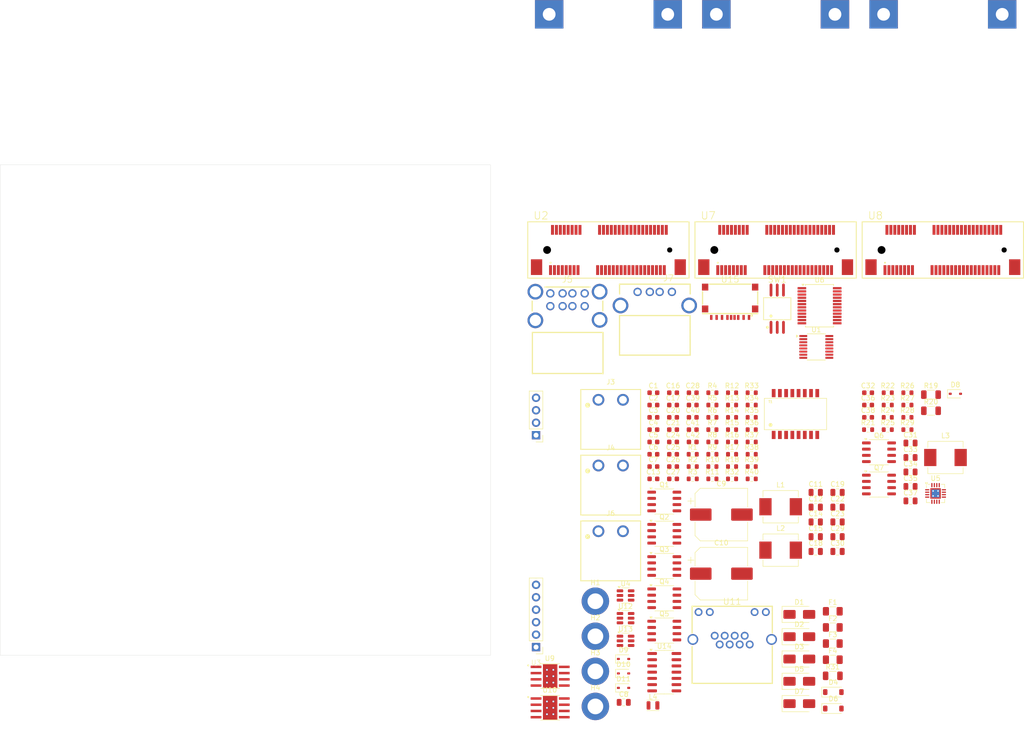
<source format=kicad_pcb>
(kicad_pcb (version 20241229) (generator "pcbnew") (generator_version "9.0")
  (layers (0 "F.Cu" signal) (4 "In1.Cu" power) (6 "In2.Cu" power) (2 "B.Cu" signal) (13 "F.Paste" user) (15 "B.Paste" user) (5 "F.SilkS" user "F.Silkscreen") (7 "B.SilkS" user "B.Silkscreen") (1 "F.Mask" user) (3 "B.Mask" user) (25 "Edge.Cuts" user))
  (net 0 "")
  (net 1 "GND")
  (net 2 "12VBAT")
  (net 3 "/Power Supply/VCAP_1")
  (net 4 "12VPSU")
  (net 5 "/Power Supply/VCAP_2")
  (net 6 "12VPOE")
  (net 7 "/Power Supply/VCAP_3")
  (net 8 "Net-(C7-Pad2)")
  (net 9 "CHASSIS")
  (net 10 "Net-(C8-Pad1)")
  (net 11 "/Power Supply/VDC_POE")
  (net 12 "VBUS_FUSE")
  (net 13 "/Power Supply/3V3_BOOT")
  (net 14 "/Power Supply/3V3_PH")
  (net 15 "3V3")
  (net 16 "Net-(C16-Pad2)")
  (net 17 "/Power Supply/3V3_C")
  (net 18 "VBUS")
  (net 19 "/Power Supply/3V3_SS")
  (net 20 "/Power Supply/5V_PH")
  (net 21 "/Power Supply/5V_BOOT")
  (net 22 "/Power Supply/5V_SS")
  (net 23 "Net-(C27-Pad2)")
  (net 24 "/Power Supply/5V_C")
  (net 25 "5V")
  (net 26 "12VBAT_HARV")
  (net 27 "/Power Harvester/BTST")
  (net 28 "/Power Harvester/D_HARV")
  (net 29 "/Power Harvester/VCC_HARV")
  (net 30 "/Power Harvester/REGN")
  (net 31 "/Power Harvester/SRP")
  (net 32 "/Power Harvester/VREF_HARV")
  (net 33 "VSOL")
  (net 34 "/Power Supply/S_AMP_LP")
  (net 35 "/Power Supply/BUS_VSENSE_LP")
  (net 36 "/Power Supply/BAT_VSENSE_LP")
  (net 37 "/Power Supply/VSOL_G")
  (net 38 "/Power Supply/VBAT_G")
  (net 39 "/Power Supply/12VPSU_CONN")
  (net 40 "/Power Supply/12VBAT_CONN")
  (net 45 "/Power Supply/VSOL_CONN")
  (net 46 "/Power Supply/VSOL_SENSE")
  (net 61 "/Power Supply/OR1G")
  (net 62 "/Power Supply/OR2G")
  (net 63 "/Power Supply/OR3G")
  (net 64 "/Power Harvester/HIDRV")
  (net 65 "/Power Harvester/LODRV")
  (net 66 "/Power Supply/VA2")
  (net 67 "/Power Supply/VB1")
  (net 68 "/Power Supply/VA1")
  (net 69 "/Power Supply/VB2")
  (net 70 "LED2")
  (net 71 "/Power Supply/ETH_LED_2")
  (net 72 "LED1")
  (net 73 "/Power Supply/ETH_LED_1")
  (net 74 "/Power Supply/3V3_VS")
  (net 75 "/Power Supply/3V3_EN")
  (net 76 "/Power Supply/5V_EN")
  (net 77 "/Power Supply/5V_VS")
  (net 78 "HARV_STAT1")
  (net 79 "HARV_STAT2")
  (net 80 "/Power Harvester/MPPSET")
  (net 81 "/Power Harvester/TS")
  (net 82 "/Power Harvester/VFB")
  (net 83 "Net-(R28-Pad1)")
  (net 84 "/Power Supply/S_AMP_OUT")
  (net 85 "/Power Supply/S_AMP_P")
  (net 86 "/Power Supply/BUS_VSENSE_N")
  (net 87 "/Power Supply/BUS_VSENSE")
  (net 88 "/Power Supply/BAT_VSENSE")
  (net 89 "/Power Supply/BAT_VSENSE_N")
  (net 98 "/Power Supply/RX+")
  (net 99 "/Power Supply/TX-")
  (net 103 "/Power Supply/RX-")
  (net 104 "/Power Supply/TX+")
  (footprint "ThingsGate-1:SO-8_3.9x4.9mm_P1.27mm" (layer "F.Cu") (at 147.435 106.96)
    (property "Reference" "Q5" (at 0 -3.4 0) (layer "F.SilkS"))
    (property "Value" "Si4178DY")
    (pad "1" smd roundrect (at -2.575 -1.905) (size 1.75 0.6) (layers "F.Cu" "F.Mask" "F.Paste") (net 6 "12VPOE"))
    (pad "2" smd roundrect (at -2.575 -0.635) (size 1.75 0.6) (layers "F.Cu" "F.Mask" "F.Paste") (net 6 "12VPOE"))
    (pad "3" smd roundrect (at -2.575 0.635) (size 1.75 0.6) (layers "F.Cu" "F.Mask" "F.Paste") (net 6 "12VPOE"))
    (pad "4" smd roundrect (at -2.575 1.905) (size 1.75 0.6) (layers "F.Cu" "F.Mask" "F.Paste") (net 63 "/Power Supply/OR3G"))
    (pad "5" smd roundrect (at 2.575 1.905) (size 1.75 0.6) (layers "F.Cu" "F.Mask" "F.Paste") (net 12 "VBUS_FUSE"))
    (pad "6" smd roundrect (at 2.575 0.635) (size 1.75 0.6) (layers "F.Cu" "F.Mask" "F.Paste") (net 12 "VBUS_FUSE"))
    (pad "7" smd roundrect (at 2.575 -0.635) (size 1.75 0.6) (layers "F.Cu" "F.Mask" "F.Paste") (net 12 "VBUS_FUSE"))
    (pad "8" smd roundrect (at 2.575 -1.905) (size 1.75 0.6) (layers "F.Cu" "F.Mask" "F.Paste") (net 12 "VBUS_FUSE"))
  )
  (footprint "ThingsGate-1:691313710002" (layer "F.Cu") (at 136.51 73.305)
    (property "Reference" "J4" (at 0 -3.635 0) (layer "F.SilkS"))
    (property "Value" "691313710002")
    (pad "1" thru_hole circle (at -2.5 0) (size 2.4 2.4) (drill 1.6) (layers "*.Cu" "*.Mask") (net 46 "/Power Supply/VSOL_SENSE"))
    (pad "2" thru_hole circle (at 2.5 0) (size 2.4 2.4) (drill 1.6) (layers "*.Cu" "*.Mask") (net 45 "/Power Supply/VSOL_CONN"))
  )
  (footprint "MountingHole:MountingHole_3.2mm_M3_DIN965_Pad_TopBottom" (layer "F.Cu") (at 133.385 122.43)
    (property "Reference" "H4" (at 0 -3.8 0) (layer "F.SilkS"))
    (property "Value" "MountingHole_Pad")
    (pad "1" thru_hole circle (at 0 0) (size 3.6 3.6) (drill 3.2) (layers "*.Cu" "*.Mask"))
    (pad "1" connect circle (at 0 0) (size 5.6 5.6) (layers "F.Cu" "F.Mask"))
    (pad "1" connect circle (at 0 0) (size 5.6 5.6) (layers "B.Cu" "B.Mask"))
  )
  (footprint "ThingsGate-1:L_0805_2016" (layer "F.Cu") (at 145.11 122.22)
    (property "Reference" "L4" (at 0.025 -1.75 0) (layer "F.SilkS"))
    (property "Value" "2.2u")
    (pad "1" smd roundrect (at -0.8875 0) (size 0.775 1.7) (layers "F.Cu" "F.Mask" "F.Paste") (net 11 "/Power Supply/VDC_POE"))
    (pad "2" smd roundrect (at 0.9125 0) (size 0.825 1.7) (layers "F.Cu" "F.Mask" "F.Paste") (net 10 "Net-(C8-Pad1)"))
  )
  (footprint "ThingsGate-1:SO-8_3.9x4.9mm_P1.27mm" (layer "F.Cu") (at 191.215 70.6)
    (property "Reference" "Q6" (at 0 -3.4 0) (layer "F.SilkS"))
    (property "Value" "Si4178DY")
    (pad "1" smd roundrect (at -2.575 -1.905) (size 1.75 0.6) (layers "F.Cu" "F.Mask" "F.Paste") (net 28 "/Power Harvester/D_HARV"))
    (pad "2" smd roundrect (at -2.575 -0.635) (size 1.75 0.6) (layers "F.Cu" "F.Mask" "F.Paste") (net 28 "/Power Harvester/D_HARV"))
    (pad "3" smd roundrect (at -2.575 0.635) (size 1.75 0.6) (layers "F.Cu" "F.Mask" "F.Paste") (net 28 "/Power Harvester/D_HARV"))
    (pad "4" smd roundrect (at -2.575 1.905) (size 1.75 0.6) (layers "F.Cu" "F.Mask" "F.Paste") (net 64 "/Power Harvester/HIDRV"))
    (pad "5" smd roundrect (at 2.575 1.905) (size 1.75 0.6) (layers "F.Cu" "F.Mask" "F.Paste") (net 33 "VSOL"))
    (pad "6" smd roundrect (at 2.575 0.635) (size 1.75 0.6) (layers "F.Cu" "F.Mask" "F.Paste") (net 33 "VSOL"))
    (pad "7" smd roundrect (at 2.575 -0.635) (size 1.75 0.6) (layers "F.Cu" "F.Mask" "F.Paste") (net 33 "VSOL"))
    (pad "8" smd roundrect (at 2.575 -1.905) (size 1.75 0.6) (layers "F.Cu" "F.Mask" "F.Paste") (net 33 "VSOL"))
  )
  (footprint "Fuse:Fuse_0805_2012Metric" (layer "F.Cu") (at 197.645 71.67)
    (property "Reference" "C33" (at 0 -1.65 0) (layer "F.SilkS"))
    (property "Value" "1u")
    (pad "1" smd roundrect (at -0.9375 0) (size 0.975 1.4) (layers "F.Cu" "F.Mask" "F.Paste") (net 29 "/Power Harvester/VCC_HARV"))
    (pad "2" smd roundrect (at 0.9375 0) (size 0.975 1.4) (layers "F.Cu" "F.Mask" "F.Paste") (net 1 "GND"))
  )
  (footprint "Resistor_SMD:R_0603_1608Metric" (layer "F.Cu") (at 161.255 76.03)
    (property "Reference" "R32" (at 0 -1.43 0) (layer "F.SilkS"))
    (property "Value" "100K")
    (pad "1" smd roundrect (at -0.825 0) (size 0.8 0.95) (layers "F.Cu" "F.Mask" "F.Paste") (net 84 "/Power Supply/S_AMP_OUT"))
    (pad "2" smd roundrect (at 0.825 0) (size 0.8 0.95) (layers "F.Cu" "F.Mask" "F.Paste") (net 34 "/Power Supply/S_AMP_LP"))
  )
  (footprint "Resistor_SMD:R_0603_1608Metric" (layer "F.Cu") (at 193.005 65.99)
    (property "Reference" "R25" (at 0 -1.43 0) (layer "F.SilkS"))
    (property "Value" "10k")
    (pad "1" smd roundrect (at -0.825 0) (size 0.8 0.95) (layers "F.Cu" "F.Mask" "F.Paste") (net 81 "/Power Harvester/TS"))
    (pad "2" smd roundrect (at 0.825 0) (size 0.8 0.95) (layers "F.Cu" "F.Mask" "F.Paste") (net 32 "/Power Harvester/VREF_HARV"))
  )
  (footprint "Resistor_SMD:R_0603_1608Metric" (layer "F.Cu") (at 161.255 68.5)
    (property "Reference" "R16" (at 0 -1.43 0) (layer "F.SilkS"))
    (property "Value" "49.4k")
    (pad "1" smd roundrect (at -0.825 0) (size 0.8 0.95) (layers "F.Cu" "F.Mask" "F.Paste") (net 23 "Net-(C27-Pad2)"))
    (pad "2" smd roundrect (at 0.825 0) (size 0.8 0.95) (layers "F.Cu" "F.Mask" "F.Paste") (net 1 "GND"))
  )
  (footprint "Capacitor_SMD:C_0805_2012Metric" (layer "F.Cu") (at 178.315 84.81)
    (property "Reference" "C14" (at 0 -1.68 0) (layer "F.SilkS"))
    (property "Value" "47u")
    (pad "1" smd roundrect (at -0.95 0) (size 1 1.45) (layers "F.Cu" "F.Mask" "F.Paste") (net 15 "3V3"))
    (pad "2" smd roundrect (at 0.95 0) (size 1 1.45) (layers "F.Cu" "F.Mask" "F.Paste") (net 1 "GND"))
  )
  (footprint "Resistor_SMD:R_0603_1608Metric" (layer "F.Cu") (at 193.005 60.97)
    (property "Reference" "R23" (at 0 -1.43 0) (layer "F.SilkS"))
    (property "Value" "100k")
    (pad "1" smd roundrect (at -0.825 0) (size 0.8 0.95) (layers "F.Cu" "F.Mask" "F.Paste") (net 80 "/Power Harvester/MPPSET"))
    (pad "2" smd roundrect (at 0.825 0) (size 0.8 0.95) (layers "F.Cu" "F.Mask" "F.Paste") (net 33 "VSOL"))
  )
  (footprint "Capacitor_SMD:C_0603_1608Metric" (layer "F.Cu") (at 145.215 65.99)
    (property "Reference" "C4" (at 0 -1.43 0) (layer "F.SilkS"))
    (property "Value" "100n")
    (pad "1" smd roundrect (at -0.775 0) (size 0.9 0.95) (layers "F.Cu" "F.Mask" "F.Paste") (net 4 "12VPSU"))
    (pad "2" smd roundrect (at 0.775 0) (size 0.9 0.95) (layers "F.Cu" "F.Mask" "F.Paste") (net 5 "/Power Supply/VCAP_2"))
  )
  (footprint "ThingsGate-1:DUAL_USB-TYPE_A" (layer "F.Cu") (at 127.7006 40.7798)
    (property "Reference" "J5" (at -0.02995 -5.4198 0) (layer "F.SilkS") (effects (font (size 1.27 1.27))))
    (property "Value" "USB_A_Stacked")
    (pad "1" thru_hole oval (at -3.5001 -2.5743 270) (size 1.7 1.7) (drill 1.1) (layers "*.Cu" "*.Mask"))
    (pad "2" thru_hole oval (at -1.0008 -2.5743 270) (size 1.7 1.7) (drill 1.1) (layers "*.Cu" "*.Mask"))
    (pad "3" thru_hole oval (at 1.0008 -2.5743 270) (size 1.7 1.7) (drill 1.1) (layers "*.Cu" "*.Mask"))
    (pad "4" thru_hole oval (at 3.5001 -2.5743 270) (size 1.7 1.7) (drill 1.1) (layers "*.Cu" "*.Mask"))
    (pad "5" thru_hole oval (at -3.5001 0.0267 270) (size 1.7 1.7) (drill 1.1) (layers "*.Cu" "*.Mask"))
    (pad "6" thru_hole oval (at -1.0008 0.0267 270) (size 1.7 1.7) (drill 1.1) (layers "*.Cu" "*.Mask"))
    (pad "7" thru_hole oval (at 1.0008 0.0267 270) (size 1.7 1.7) (drill 1.1) (layers "*.Cu" "*.Mask"))
    (pad "8" thru_hole oval (at 3.5001 0.0267 270) (size 1.7 1.7) (drill 1.1) (layers "*.Cu" "*.Mask"))
    (pad "9" thru_hole oval (at -6.5507 -2.9248 90) (size 3.2 3.2) (drill 2.3) (layers "*.Cu" "*.Mask"))
    (pad "9" thru_hole oval (at -6.5507 2.9248 90) (size 3.2 3.2) (drill 2.3) (layers "*.Cu" "*.Mask"))
    (pad "9" thru_hole oval (at 6.5507 -2.9248 90) (size 3.2 3.2) (drill 2.3) (layers "*.Cu" "*.Mask"))
    (pad "9" thru_hole oval (at 6.5507 2.8258 90) (size 3.2 3.2) (drill 2.3) (layers "*.Cu" "*.Mask"))
  )
  (footprint "Capacitor_SMD:C_0805_2012Metric" (layer "F.Cu") (at 182.765 81.8)
    (property "Reference" "C22" (at 0 -1.68 0) (layer "F.SilkS"))
    (property "Value" "4.7u")
    (pad "1" smd roundrect (at -0.95 0) (size 1 1.45) (layers "F.Cu" "F.Mask" "F.Paste") (net 18 "VBUS"))
    (pad "2" smd roundrect (at 0.95 0) (size 1 1.45) (layers "F.Cu" "F.Mask" "F.Paste") (net 1 "GND"))
  )
  (footprint "Capacitor_SMD:C_0603_1608Metric" (layer "F.Cu") (at 153.235 63.48)
    (property "Reference" "C40" (at 0 -1.43 0) (layer "F.SilkS"))
    (property "Value" "100n")
    (pad "1" smd roundrect (at -0.775 0) (size 0.9 0.95) (layers "F.Cu" "F.Mask" "F.Paste") (net 1 "GND"))
    (pad "2" smd roundrect (at 0.775 0) (size 0.9 0.95) (layers "F.Cu" "F.Mask" "F.Paste") (net 34 "/Power Supply/S_AMP_LP"))
  )
  (footprint "Package_TO_SOT_SMD:SOT-23-6" (layer "F.Cu") (at 139.535 99.805)
    (property "Reference" "U4" (at 0 -2.4 0) (layer "F.SilkS"))
    (property "Value" "LM74700")
    (pad "1" smd roundrect (at -1.1375 -0.95) (size 1.325 0.6) (layers "F.Cu" "F.Mask" "F.Paste") (net 3 "/Power Supply/VCAP_1"))
    (pad "2" smd roundrect (at -1.1375 0) (size 1.325 0.6) (layers "F.Cu" "F.Mask" "F.Paste") (net 1 "GND"))
    (pad "3" smd roundrect (at -1.1375 0.95) (size 1.325 0.6) (layers "F.Cu" "F.Mask" "F.Paste") (net 2 "12VBAT"))
    (pad "4" smd roundrect (at 1.1375 0.95) (size 1.325 0.6) (layers "F.Cu" "F.Mask" "F.Paste") (net 12 "VBUS_FUSE"))
    (pad "5" smd roundrect (at 1.1375 0) (size 1.325 0.6) (layers "F.Cu" "F.Mask" "F.Paste") (net 61 "/Power Supply/OR1G"))
    (pad "6" smd roundrect (at 1.1375 -0.95) (size 1.325 0.6) (layers "F.Cu" "F.Mask" "F.Paste") (net 2 "12VBAT"))
  )
  (footprint "Package_TO_SOT_SMD:SOT-23-6" (layer "F.Cu") (at 139.535 109.055)
    (property "Reference" "U13" (at 0 -2.4 0) (layer "F.SilkS"))
    (property "Value" "LM74700")
    (pad "1" smd roundrect (at -1.1375 -0.95) (size 1.325 0.6) (layers "F.Cu" "F.Mask" "F.Paste") (net 7 "/Power Supply/VCAP_3"))
    (pad "2" smd roundrect (at -1.1375 0) (size 1.325 0.6) (layers "F.Cu" "F.Mask" "F.Paste") (net 1 "GND"))
    (pad "3" smd roundrect (at -1.1375 0.95) (size 1.325 0.6) (layers "F.Cu" "F.Mask" "F.Paste") (net 6 "12VPOE"))
    (pad "4" smd roundrect (at 1.1375 0.95) (size 1.325 0.6) (layers "F.Cu" "F.Mask" "F.Paste") (net 12 "VBUS_FUSE"))
    (pad "5" smd roundrect (at 1.1375 0) (size 1.325 0.6) (layers "F.Cu" "F.Mask" "F.Paste") (net 63 "/Power Supply/OR3G"))
    (pad "6" smd roundrect (at 1.1375 -0.95) (size 1.325 0.6) (layers "F.Cu" "F.Mask" "F.Paste") (net 6 "12VPOE"))
  )
  (footprint "Resistor_SMD:R_0603_1608Metric" (layer "F.Cu") (at 157.245 60.97)
    (property "Reference" "R5" (at 0 -1.43 0) (layer "F.SilkS"))
    (property "Value" "75R")
    (pad "1" smd roundrect (at -0.825 0) (size 0.8 0.95) (layers "F.Cu" "F.Mask" "F.Paste") (net 68 "/Power Supply/VA1"))
    (pad "2" smd roundrect (at 0.825 0) (size 0.8 0.95) (layers "F.Cu" "F.Mask" "F.Paste") (net 8 "Net-(C7-Pad2)"))
  )
  (footprint "ThingsGate-1:mpcie-slot_full" (layer "F.Cu") (at 157.64 29.350918)
    (property "Reference" "U7" (at -1.25 -7 180) (layer "F.SilkS") (effects (font (size 1.524 1.524))))
    (property "Value" "mPCIE-52P-SLOT" (hide yes))
    (pad "" np_thru_hole circle (at 0 0) (size 1.6 1.6) (drill 1.6) (layers "*.Mask"))
    (pad "" np_thru_hole circle (at 25 0) (size 1.05 1.05) (drill 1.05) (layers "*.Mask") (padstack (mode custom) (layer "In1.Cu" (shape circle) (size 1.05 1.05)) (layer "In2.Cu" (shape circle) (size 1.05 1.05)) (layer "B.Cu" (shape circle) (size 1.05 1.05))))
    (pad "1" smd rect (at 0.7 4.1) (size 0.6 2) (layers "F.Cu" "F.Mask" "F.Paste"))
    (pad "2" smd rect (at 1.1 -4.1) (size 0.6 2) (layers "F.Cu" "F.Mask" "F.Paste"))
    (pad "3" smd rect (at 1.5 4.1) (size 0.6 2) (layers "F.Cu" "F.Mask" "F.Paste"))
    (pad "4" smd rect (at 1.9 -4.1) (size 0.6 2) (layers "F.Cu" "F.Mask" "F.Paste"))
    (pad "5" smd rect (at 2.3 4.1) (size 0.6 2) (layers "F.Cu" "F.Mask" "F.Paste"))
    (pad "6" smd rect (at 2.7 -4.1) (size 0.6 2) (layers "F.Cu" "F.Mask" "F.Paste"))
    (pad "7" smd rect (at 3.1 4.1) (size 0.6 2) (layers "F.Cu" "F.Mask" "F.Paste"))
    (pad "8" smd rect (at 3.5 -4.1) (size 0.6 2) (layers "F.Cu" "F.Mask" "F.Paste"))
    (pad "9" smd rect (at 3.9 4.1) (size 0.6 2) (layers "F.Cu" "F.Mask" "F.Paste"))
    (pad "10" smd rect (at 4.3 -4.1) (size 0.6 2) (layers "F.Cu" "F.Mask" "F.Paste"))
    (pad "11" smd rect (at 4.7 4.1) (size 0.6 2) (layers "F.Cu" "F.Mask" "F.Paste"))
    (pad "12" smd rect (at 5.1 -4.1) (size 0.6 2) (layers "F.Cu" "F.Mask" "F.Paste"))
    (pad "13" smd rect (at 5.5 4.1) (size 0.6 2) (layers "F.Cu" "F.Mask" "F.Paste"))
    (pad "14" smd rect (at 5.9 -4.1) (size 0.6 2) (layers "F.Cu" "F.Mask" "F.Paste"))
    (pad "15" smd rect (at 6.3 4.1) (size 0.6 2) (layers "F.Cu" "F.Mask" "F.Paste"))
    (pad "16" smd rect (at 6.7 -4.1) (size 0.6 2) (layers "F.Cu" "F.Mask" "F.Paste"))
    (pad "17" smd rect (at 10.3 4.1) (size 0.6 2) (layers "F.Cu" "F.Mask" "F.Paste"))
    (pad "18" smd rect (at 10.7 -4.1) (size 0.6 2) (layers "F.Cu" "F.Mask" "F.Paste"))
    (pad "19" smd rect (at 11.1 4.1) (size 0.6 2) (layers "F.Cu" "F.Mask" "F.Paste"))
    (pad "20" smd rect (at 11.5 -4.1) (size 0.6 2) (layers "F.Cu" "F.Mask" "F.Paste"))
    (pad "21" smd rect (at 11.9 4.1) (size 0.6 2) (layers "F.Cu" "F.Mask" "F.Paste"))
    (pad "22" smd rect (at 12.3 -4.1) (size 0.6 2) (layers "F.Cu" "F.Mask" "F.Paste"))
    (pad "23" smd rect (at 12.7 4.1) (size 0.6 2) (layers "F.Cu" "F.Mask" "F.Paste"))
    (pad "24" smd rect (at 13.1 -4.1) (size 0.6 2) (layers "F.Cu" "F.Mask" "F.Paste"))
    (pad "25" smd rect (at 13.5 4.1) (size 0.6 2) (layers "F.Cu" "F.Mask" "F.Paste"))
    (pad "26" smd rect (at 13.9 -4.1) (size 0.6 2) (layers "F.Cu" "F.Mask" "F.Paste"))
    (pad "27" smd rect (at 14.3 4.1) (size 0.6 2) (layers "F.Cu" "F.Mask" "F.Paste"))
    (pad "28" smd rect (at 14.7 -4.1) (size 0.6 2) (layers "F.Cu" "F.Mask" "F.Paste"))
    (pad "29" smd rect (at 15.1 4.1) (size 0.6 2) (layers "F.Cu" "F.Mask" "F.Paste"))
    (pad "30" smd rect (at 15.5 -4.1) (size 0.6 2) (layers "F.Cu" "F.Mask" "F.Paste"))
    (pad "31" smd rect (at 15.9 4.1) (size 0.6 2) (layers "F.Cu" "F.Mask" "F.Paste"))
    (pad "32" smd rect (at 16.3 -4.1) (size 0.6 2) (layers "F.Cu" "F.Mask" "F.Paste"))
    (pad "33" smd rect (at 16.7 4.1) (size 0.6 2) (layers "F.Cu" "F.Mask" "F.Paste"))
    (pad "34" smd rect (at 17.1 -4.1) (size 0.6 2) (layers "F.Cu" "F.Mask" "F.Paste"))
    (pad "35" smd rect (at 17.5 4.1) (size 0.6 2) (layers "F.Cu" "F.Mask" "F.Paste"))
    (pad "36" smd rect (at 17.9 -4.1) (size 0.6 2) (layers "F.Cu" "F.Mask" "F.Paste"))
    (pad "37" smd rect (at 18.3 4.1) (size 0.6 2) (layers "F.Cu" "F.Mask" "F.Paste"))
    (pad "38" smd rect (at 18.7 -4.1) (size 0.6 2) (layers "F.Cu" "F.Mask" "F.Paste"))
    (pad "39" smd rect (at 19.1 4.1) (size 0.6 2) (layers "F.Cu" "F.Mask" "F.Paste"))
    (pad "40" smd rect (at 19.5 -4.1) (size 0.6 2) (layers "F.Cu" "F.Mask" "F.Paste"))
    (pad "41" smd rect (at 19.9 4.1) (size 0.6 2) (layers "F.Cu" "F.Mask" "F.Paste"))
    (pad "42" smd rect (at 20.3 -4.1) (size 0.6 2) (layers "F.Cu" "F.Mask" "F.Paste"))
    (pad "43" smd rect (at 20.7 4.1) (size 0.6 2) (layers "F.Cu" "F.Mask" "F.Paste"))
    (pad "44" smd rect (at 21.1 -4.1) (size 0.6 2) (layers "F.Cu" "F.Mask" "F.Paste"))
    (pad "45" smd rect (at 21.5 4.1) (size 0.6 2) (layers "F.Cu" "F.Mask" "F.Paste"))
    (pad "46" smd rect (at 21.9 -4.1) (size 0.6 2) (layers "F.Cu" "F.Mask" "F.Paste"))
    (pad "47" smd rect (at 22.3 4.1) (size 0.6 2) (layers "F.Cu" "F.Mask" "F.Paste"))
    (pad "48" smd rect (at 22.7 -4.1) (size 0.6 2) (layers "F.Cu" "F.Mask" "F.Paste"))
    (pad "49" smd rect (at 23.1 4.1) (size 0.6 2) (layers "F.Cu" "F.Mask" "F.Paste"))
    (pad "50" smd rect (at 23.5 -4.1) (size 0.6 2) (layers "F.Cu" "F.Mask" "F.Paste"))
    (pad "51" smd rect (at 23.9 4.1) (size 0.6 2) (layers "F.Cu" "F.Mask" "F.Paste"))
    (pad "52" smd rect (at 24.3 -4.1) (size 0.6 2) (layers "F.Cu" "F.Mask" "F.Paste"))
    (pad "S1" smd rect (at -2.15 3.5) (size 2.3 3.2) (layers "F.Cu" "F.Mask" "F.Paste"))
    (pad "S2" smd rect (at 27.15 3.5) (size 2.3 3.2) (layers "F.Cu" "F.Mask" "F.Paste"))
    (pad "S3" thru_hole rect (at 0.42099 -48.055918) (size 5.8 5.8) (drill 2.6) (layers "*.Cu" "*.Mask"))
    (pad "S4" thru_hole rect (at 24.6 -48.05) (size 5.8 5.8) (drill 2.6) (layers "*.Cu" "*.Mask"))
  )
  (footprint "ThingsGate-1:Texas_RVA_VQFN-16-1EP_3.5x3.5mm_P0.5mm_EP2.14x2.14mm_ThermalVias" (layer "F.Cu") (at 202.755 79)
    (property "Reference" "U5" (at 0 -3.08 0) (layer "F.SilkS"))
    (property "Value" "BQ24650")
    (pad "1" smd roundrect (at -1.6975 -0.75) (size 0.855 0.25) (layers "F.Cu" "F.Mask" "F.Paste") (net 29 "/Power Harvester/VCC_HARV"))
    (pad "2" smd roundrect (at -1.6975 -0.25) (size 0.855 0.25) (layers "F.Cu" "F.Mask" "F.Paste") (net 80 "/Power Harvester/MPPSET"))
    (pad "3" smd roundrect (at -1.6975 0.25) (size 0.855 0.25) (layers "F.Cu" "F.Mask" "F.Paste") (net 78 "HARV_STAT1"))
    (pad "4" smd roundrect (at -1.6975 0.75) (size 0.855 0.25) (layers "F.Cu" "F.Mask" "F.Paste") (net 81 "/Power Harvester/TS"))
    (pad "5" smd roundrect (at -0.75 1.6975) (size 0.25 0.855) (layers "F.Cu" "F.Mask" "F.Paste") (net 79 "HARV_STAT2"))
    (pad "6" smd roundrect (at -0.25 1.6975) (size 0.25 0.855) (layers "F.Cu" "F.Mask" "F.Paste") (net 32 "/Power Harvester/VREF_HARV"))
    (pad "7" smd roundrect (at 0.25 1.6975) (size 0.25 0.855) (layers "F.Cu" "F.Mask" "F.Paste") (net 32 "/Power Harvester/VREF_HARV"))
    (pad "8" smd roundrect (at 0.75 1.6975) (size 0.25 0.855) (layers "F.Cu" "F.Mask" "F.Paste") (net 82 "/Power Harvester/VFB"))
    (pad "9" smd roundrect (at 1.6975 0.75) (size 0.855 0.25) (layers "F.Cu" "F.Mask" "F.Paste") (net 26 "12VBAT_HARV"))
    (pad "10" smd roundrect (at 1.6975 0.25) (size 0.855 0.25) (layers "F.Cu" "F.Mask" "F.Paste") (net 31 "/Power Harvester/SRP"))
    (pad "11" smd roundrect (at 1.6975 -0.25) (size 0.855 0.25) (layers "F.Cu" "F.Mask" "F.Paste") (net 1 "GND"))
    (pad "12" smd roundrect (at 1.6975 -0.75) (size 0.855 0.25) (layers "F.Cu" "F.Mask" "F.Paste") (net 30 "/Power Harvester/REGN"))
    (pad "13" smd roundrect (at 0.75 -1.6975) (size 0.25 0.855) (layers "F.Cu" "F.Mask" "F.Paste") (net 65 "/Power Harvester/LODRV"))
    (pad "14" smd roundrect (at 0.25 -1.6975) (size 0.25 0.855) (layers "F.Cu" "F.Mask" "F.Paste") (net 28 "/Power Harvester/D_HARV"))
    (pad "15" smd roundrect (at -0.25 -1.6975) (size 0.25 0.855) (layers "F.Cu" "F.Mask" "F.Paste") (net 64 "/Power Harvester/HIDRV"))
    (pad "16" smd roundrect (at -0.75 -1.6975) (size 0.25 0.855) (layers "F.Cu" "F.Mask" "F.Paste") (net 27 "/Power Harvester/BTST"))
    (pad "17" thru_hole circle (at -0.5 -0.5) (size 0.6 0.6) (drill 0.3) (property pad_prop_heatsink) (layers "*.Cu") (net 1 "GND"))
    (pad "17" thru_hole circle (at -0.5 0.5) (size 0.6 0.6) (drill 0.3) (property pad_prop_heatsink) (layers "*.Cu") (net 1 "GND"))
    (pad "17" smd rect (at 0 0) (size 1.6 1.6) (property pad_prop_heatsink) (layers "B.Cu") (net 1 "GND"))
    (pad "17" smd rect (at 0 0) (size 2.14 2.14) (property pad_prop_heatsink) (layers "F.Cu" "F.Mask") (net 1 "GND"))
    (pad "17" thru_hole circle (at 0.5 -0.5) (size 0.6 0.6) (drill 0.3) (property pad_prop_heatsink) (layers "*.Cu") (net 1 "GND"))
    (pad "17" thru_hole circle (at 0.5 0.5) (size 0.6 0.6) (drill 0.3) (property pad_prop_heatsink) (layers "*.Cu") (net 1 "GND"))
  )
  (footprint "ThingsGate-1:L_0730-6R8M" (layer "F.Cu") (at 171.165 81.71)
    (property "Reference" "L1" (at 0 -4.45 0) (layer "F.SilkS"))
    (property "Value" "6.8u")
    (pad "1" smd rect (at -3.1 0) (size 2.5 3.5) (layers "F.Cu" "F.Mask" "F.Paste") (net 14 "/Power Supply/3V3_PH"))
    (pad "2" smd rect (at 3.1 0) (size 2.5 3.5) (layers "F.Cu" "F.Mask" "F.Paste") (net 15 "3V3"))
  )
  (footprint "Capacitor_SMD:C_0805_2012Metric" (layer "F.Cu") (at 178.315 87.82)
    (property "Reference" "C15" (at 0 -1.68 0) (layer "F.SilkS"))
    (property "Value" "47u")
    (pad "1" smd roundrect (at -0.95 0) (size 1 1.45) (layers "F.Cu" "F.Mask" "F.Paste") (net 15 "3V3"))
    (pad "2" smd roundrect (at 0.95 0) (size 1 1.45) (layers "F.Cu" "F.Mask" "F.Paste") (net 1 "GND"))
  )
  (footprint "Diode_SMD:D_SMA" (layer "F.Cu") (at 174.97 108.21)
    (property "Reference" "D2" (at 0 -2.5 0) (layer "F.SilkS"))
    (property "Value" "B360")
    (pad "1" smd roundrect (at -2 0) (size 2.5 1.8) (layers "F.Cu" "F.Mask" "F.Paste") (roundrect_rratio 0.1388888889) (net 14 "/Power Supply/3V3_PH"))
    (pad "2" smd roundrect (at 2 0) (size 2.5 1.8) (layers "F.Cu" "F.Mask" "F.Paste") (roundrect_rratio 0.1388888889) (net 1 "GND"))
  )
  (footprint "Diode_SMD:D_SMA" (layer "F.Cu") (at 174.97 117.31)
    (property "Reference" "D5" (at 0 -2.5 0) (layer "F.SilkS"))
    (property "Value" "SMAJ15CA")
    (pad "1" smd roundrect (at -2 0) (size 2.5 1.8) (layers "F.Cu" "F.Mask" "F.Paste") (roundrect_rratio 0.1388888889) (net 1 "GND"))
    (pad "2" smd roundrect (at 2 0) (size 2.5 1.8) (layers "F.Cu" "F.Mask" "F.Paste") (roundrect_rratio 0.1388888889) (net 4 "12VPSU"))
  )
  (footprint "ThingsGate-1:SO-8_3.9x4.9mm_P1.27mm" (layer "F.Cu") (at 147.435 87.22)
    (property "Reference" "Q2" (at 0 -3.4 0) (layer "F.SilkS"))
    (property "Value" "Si4178DY")
    (pad "1" smd roundrect (at -2.575 -1.905) (size 1.75 0.6) (layers "F.Cu" "F.Mask" "F.Paste") (net 2 "12VBAT"))
    (pad "2" smd roundrect (at -2.575 -0.635) (size 1.75 0.6) (layers "F.Cu" "F.Mask" "F.Paste") (net 2 "12VBAT"))
    (pad "3" smd roundrect (at -2.575 0.635) (size 1.75 0.6) (layers "F.Cu" "F.Mask" "F.Paste") (net 2 "12VBAT"))
    (pad "4" smd roundrect (at -2.575 1.905) (size 1.75 0.6) (layers "F.Cu" "F.Mask" "F.Paste") (net 61 "/Power Supply/OR1G"))
    (pad "5" smd roundrect (at 2.575 1.905) (size 1.75 0.6) (layers "F.Cu" "F.Mask" "F.Paste") (net 12 "VBUS_FUSE"))
    (pad "6" smd roundrect (at 2.575 0.635) (size 1.75 0.6) (layers "F.Cu" "F.Mask" "F.Paste") (net 12 "VBUS_FUSE"))
    (pad "7" smd roundrect (at 2.575 -0.635) (size 1.75 0.6) (layers "F.Cu" "F.Mask" "F.Paste") (net 12 "VBUS_FUSE"))
    (pad "8" smd roundrect (at 2.575 -1.905) (size 1.75 0.6) (layers "F.Cu" "F.Mask" "F.Paste") (net 12 "VBUS_FUSE"))
  )
  (footprint "Capacitor_SMD:C_0603_1608Metric" (layer "F.Cu") (at 149.225 63.48)
    (property "Reference" "C20" (at 0 -1.43 0) (layer "F.SilkS"))
    (property "Value" "100n")
    (pad "1" smd roundrect (at -0.775 0) (size 0.9 0.95) (layers "F.Cu" "F.Mask" "F.Paste") (net 18 "VBUS"))
    (pad "2" smd roundrect (at 0.775 0) (size 0.9 0.95) (layers "F.Cu" "F.Mask" "F.Paste") (net 1 "GND"))
  )
  (footprint "ThingsGate-1:SO-8_3.9x4.9mm_P1.27mm" (layer "F.Cu") (at 147.435 93.8)
    (property "Reference" "Q3" (at 0 -3.4 0) (layer "F.SilkS"))
    (property "Value" "Si4435DDY")
    (pad "1" smd roundrect (at -2.575 -1.905) (size 1.75 0.6) (layers "F.Cu" "F.Mask" "F.Paste") (net 33 "VSOL"))
    (pad "2" smd roundrect (at -2.575 -0.635) (size 1.75 0.6) (layers "F.Cu" "F.Mask" "F.Paste") (net 33 "VSOL"))
    (pad "3" smd roundrect (at -2.575 0.635) (size 1.75 0.6) (layers "F.Cu" "F.Mask" "F.Paste") (net 33 "VSOL"))
    (pad "4" smd roundrect (at -2.575 1.905) (size 1.75 0.6) (layers "F.Cu" "F.Mask" "F.Paste") (net 37 "/Power Supply/VSOL_G"))
    (pad "5" smd roundrect (at 2.575 1.905) (size 1.75 0.6) (layers "F.Cu" "F.Mask" "F.Paste") (net 45 "/Power Supply/VSOL_CONN"))
    (pad "6" smd roundrect (at 2.575 0.635) (size 1.75 0.6) (layers "F.Cu" "F.Mask" "F.Paste") (net 45 "/Power Supply/VSOL_CONN"))
    (pad "7" smd roundrect (at 2.575 -0.635) (size 1.75 0.6) (layers "F.Cu" "F.Mask" "F.Paste") (net 45 "/Power Supply/VSOL_CONN"))
    (pad "8" smd roundrect (at 2.575 -1.905) (size 1.75 0.6) (layers "F.Cu" "F.Mask" "F.Paste") (net 45 "/Power Supply/VSOL_CONN"))
  )
  (footprint "Capacitor_SMD:C_0603_1608Metric" (layer "F.Cu") (at 149.225 71.01)
    (property "Reference" "C25" (at 0 -1.43 0) (layer "F.SilkS"))
    (property "Value" "100n")
    (pad "1" smd roundrect (at -0.775 0) (size 0.9 0.95) (layers "F.Cu" "F.Mask" "F.Paste") (net 20 "/Power Supply/5V_PH"))
    (pad "2" smd roundrect (at 0.775 0) (size 0.9 0.95) (layers "F.Cu" "F.Mask" "F.Paste") (net 21 "/Power Supply/5V_BOOT"))
  )
  (footprint "ThingsGate-1:691313710002" (layer "F.Cu") (at 136.51 59.905)
    (property "Reference" "J3" (at 0 -3.635 0) (layer "F.SilkS"))
    (property "Value" "691313710002")
    (pad "1" thru_hole circle (at -2.5 0) (size 2.4 2.4) (drill 1.6) (layers "*.Cu" "*.Mask") (net 1 "GND"))
    (pad "2" thru_hole circle (at 2.5 0) (size 2.4 2.4) (drill 1.6) (layers "*.Cu" "*.Mask") (net 40 "/Power Supply/12VBAT_CONN"))
  )
  (footprint "ThingsGate-1:691313710002" (layer "F.Cu") (at 136.51 86.705)
    (property "Reference" "J6" (at 0 -3.635 0) (layer "F.SilkS"))
    (property "Value" "691313710002")
    (pad "1" thru_hole circle (at -2.5 0) (size 2.4 2.4) (drill 1.6) (layers "*.Cu" "*.Mask") (net 1 "GND"))
    (pad "2" thru_hole circle (at 2.5 0) (size 2.4 2.4) (drill 1.6) (layers "*.Cu" "*.Mask") (net 39 "/Power Supply/12VPSU_CONN"))
  )
  (footprint "Resistor_SMD:R_0603_1608Metric" (layer "F.Cu") (at 197.015 65.99)
    (property "Reference" "R29" (at 0 -1.43 0) (layer "F.SilkS"))
    (property "Value" "16k")
    (pad "1" smd roundrect (at -0.825 0) (size 0.8 0.95) (layers "F.Cu" "F.Mask" "F.Paste") (net 1 "GND"))
    (pad "2" smd roundrect (at 0.825 0) (size 0.8 0.95) (layers "F.Cu" "F.Mask" "F.Paste") (net 83 "Net-(R28-Pad1)"))
  )
  (footprint "MountingHole:MountingHole_3.2mm_M3_DIN965_Pad_TopBottom" (layer "F.Cu") (at 133.385 108.13)
    (property "Reference" "H2" (at 0 -3.8 0) (layer "F.SilkS"))
    (property "Value" "MountingHole_Pad")
    (pad "1" thru_hole circle (at 0 0) (size 3.6 3.6) (drill 3.2) (layers "*.Cu" "*.Mask"))
    (pad "1" connect circle (at 0 0) (size 5.6 5.6) (layers "F.Cu" "F.Mask"))
    (pad "1" connect circle (at 0 0) (size 5.6 5.6) (layers "B.Cu" "B.Mask"))
  )
  (footprint "Capacitor_SMD:C_0603_1608Metric" (layer "F.Cu") (at 145.215 60.97)
    (property "Reference" "C2" (at 0 -1.43 0) (layer "F.SilkS"))
    (property "Value" "100n")
    (pad "1" smd roundrect (at -0.775 0) (size 0.9 0.95) (layers "F.Cu" "F.Mask" "F.Paste") (net 2 "12VBAT"))
    (pad "2" smd roundrect (at 0.775 0) (size 0.9 0.95) (layers "F.Cu" "F.Mask" "F.Paste") (net 3 "/Power Supply/VCAP_1"))
  )
  (footprint "Diode_SMD:D_SOD-123" (layer "F.Cu") (at 181.91 119.51)
    (property "Reference" "D4" (at 0 -2 0) (layer "F.SilkS"))
    (property "Value" "BZT52C10")
    (pad "1" smd roundrect (at -1.65 0) (size 0.9 1.2) (layers "F.Cu" "F.Mask" "F.Paste") (net 33 "VSOL"))
    (pad "2" smd roundrect (at 1.65 0) (size 0.9 1.2) (layers "F.Cu" "F.Mask" "F.Paste") (net 37 "/Power Supply/VSOL_G"))
  )
  (footprint "ThingsGate-1:H1102NL" (layer "F.Cu") (at 174.1835 62.805)
    (property "Reference" "T1" (at -5.1 -2.5 180) (layer "F.SilkS") (effects (font (size 0.48 0.48) (thickness 0.12))))
    (property "Value" "H1102NL")
    (pad "1" smd rect (at -4.445 4.265) (size 0.76 1.67) (layers "F.Cu" "F.Mask" "F.Paste"))
    (pad "2" smd rect (at -3.175 4.265) (size 0.76 1.67) (layers "F.Cu" "F.Mask" "F.Paste"))
    (pad "3" smd rect (at -1.905 4.265) (size 0.76 1.67) (layers "F.Cu" "F.Mask" "F.Paste"))
    (pad "4" smd rect (at -0.635 4.265) (size 0.76 1.67) (layers "F.Cu" "F.Mask" "F.Paste"))
    (pad "5" smd rect (at 0.635 4.265) (size 0.76 1.67) (layers "F.Cu" "F.Mask" "F.Paste"))
    (pad "6" smd rect (at 1.905 4.265) (size 0.76 1.67) (layers "F.Cu" "F.Mask" "F.Paste"))
    (pad "7" smd rect (at 3.175 4.265) (size 0.76 1.67) (layers "F.Cu" "F.Mask" "F.Paste"))
    (pad "8" smd rect (at 4.445 4.265) (size 0.76 1.67) (layers "F.Cu" "F.Mask" "F.Paste"))
    (pad "9" smd rect (at 4.445 -4.265) (size 0.76 1.67) (layers "F.Cu" "F.Mask" "F.Paste") (net 103 "/Power Supply/RX-"))
    (pad "10" smd rect (at 3.175 -4.265) (size 0.76 1.67) (layers "F.Cu" "F.Mask" "F.Paste") (net 66 "/Power Supply/VA2"))
    (pad "11" smd rect (at 1.905 -4.265) (size 0.76 1.67) (layers "F.Cu" "F.Mask" "F.Paste") (net 98 "/Power Supply/RX+"))
    (pad "12" smd rect (at 0.635 -4.265) (size 0.76 1.67) (layers "F.Cu" "F.Mask" "F.Paste"))
    (pad "13" smd rect (at -0.635 -4.265) (size 0.76 1.67) (layers "F.Cu" "F.Mask" "F.Paste"))
    (pad "14" smd rect (at -1.905 -4.265) (size 0.76 1.67) (layers "F.Cu" "F.Mask" "F.Paste") (net 99 "/Power Supply/TX-"))
    (pad "15" smd rect (at -3.175 -4.265) (size 0.76 1.67) (layers "F.Cu" "F.Mask" "F.Paste") (net 68 "/Power Supply/VA1"))
    (pad "16" smd rect (at -4.445 -4.265) (size 0.76 1.67) (layers "F.Cu" "F.Mask" "F.Paste") (net 104 "/Power Supply/TX+"))
  )
  (footprint "Diode_SMD:D_SOD-123" (layer "F.Cu") (at 181.91 122.86)
    (property "Reference" "D6" (at 0 -2 0) (layer "F.SilkS"))
    (property "Value" "BZT52C10")
    (pad "1" smd roundrect (at -1.65 0) (size 0.9 1.2) (layers "F.Cu" "F.Mask" "F.Paste") (net 26 "12VBAT_HARV"))
    (pad "2" smd roundrect (at 1.65 0) (size 0.9 1.2) (layers "F.Cu" "F.Mask" "F.Paste") (net 38 "/Power Supply/VBAT_G"))
  )
  (footprint "Capacitor_SMD:C_0603_1608Metric" (layer "F.Cu") (at 153.235 65.99)
    (property "Reference" "C41" (at 0 -1.43 0) (layer "F.SilkS"))
    (property "Value" "100n")
    (pad "1" smd roundrect (at -0.775 0) (size 0.9 0.95) (layers "F.Cu" "F.Mask" "F.Paste") (net 1 "GND"))
    (pad "2" smd roundrect (at 0.775 0) (size 0.9 0.95) (layers "F.Cu" "F.Mask" "F.Paste") (net 35 "/Power Supply/BUS_VSENSE_LP"))
  )
  (footprint "Resistor_SMD:R_0603_1608Metric" (layer "F.Cu") (at 161.255 63.48)
    (property "Reference" "R14" (at 0 -1.43 0) (layer "F.SilkS"))
    (property "Value" "332k")
    (pad "1" smd roundrect (at -0.825 0) (size 0.8 0.95) (layers "F.Cu" "F.Mask" "F.Paste") (net 18 "VBUS"))
    (pad "2" smd roundrect (at 0.825 0) (size 0.8 0.95) (layers "F.Cu" "F.Mask" "F.Paste") (net 76 "/Power Supply/5V_EN"))
  )
  (footprint "ThingsGate-1:L_0730-6R8M" (layer "F.Cu") (at 204.775 71.67)
    (property "Reference" "L3" (at 0 -4.45 0) (layer "F.SilkS"))
    (property "Value" "6.8u")
    (pad "1" smd rect (at -3.1 0) (size 2.5 3.5) (layers "F.Cu" "F.Mask" "F.Paste") (net 28 "/Power Harvester/D_HARV"))
    (pad "2" smd rect (at 3.1 0) (size 2.5 3.5) (layers "F.Cu" "F.Mask" "F.Paste") (net 31 "/Power Harvester/SRP"))
  )
  (footprint "Capacitor_SMD:C_0805_2012Metric" (layer "F.Cu") (at 178.315 78.79)
    (property "Reference" "C11" (at 0 -1.68 0) (layer "F.SilkS"))
    (property "Value" "10u")
    (pad "1" smd roundrect (at -0.95 0) (size 1 1.45) (layers "F.Cu" "F.Mask" "F.Paste") (net 12 "VBUS_FUSE"))
    (pad "2" smd roundrect (at 0.95 0) (size 1 1.45) (layers "F.Cu" "F.Mask" "F.Paste") (net 1 "GND"))
  )
  (footprint "Capacitor_SMD:C_0603_1608Metric" (layer "F.Cu") (at 149.225 65.99)
    (property "Reference" "C21" (at 0 -1.43 0) (layer "F.SilkS"))
    (property "Value" "100n")
    (pad "1" smd roundrect (at -0.775 0) (size 0.9 0.95) (layers "F.Cu" "F.Mask" "F.Paste") (net 19 "/Power Supply/3V3_SS"))
    (pad "2" smd roundrect (at 0.775 0) (size 0.9 0.95) (layers "F.Cu" "F.Mask" "F.Paste") (net 1 "GND"))
  )
  (footprint "ThingsGate-1:L_0730-6R8M" (layer "F.Cu") (at 171.165 90.56)
    (property "Reference" "L2" (at 0 -4.45 0) (layer "F.SilkS"))
    (property "Value" "6.8u")
    (pad "1" smd rect (at -3.1 0) (size 2.5 3.5) (layers "F.Cu" "F.Mask" "F.Paste") (net 20 "/Power Supply/5V_PH"))
    (pad "2" smd rect (at 3.1 0) (size 2.5 3.5) (layers "F.Cu" "F.Mask" "F.Paste") (net 25 "5V"))
  )
  (footprint "Capacitor_SMD:C_0805_2012Metric" (layer "F.Cu") (at 182.765 90.83)
    (property "Reference" "C30" (at 0 -1.68 0) (layer "F.SilkS"))
    (property "Value" "22u")
    (pad "1" smd roundrect (at -0.95 0) (size 1 1.45) (layers "F.Cu" "F.Mask" "F.Paste") (net 25 "5V"))
    (pad "2" smd roundrect (at 0.95 0) (size 1 1.45) (layers "F.Cu" "F.Mask" "F.Paste") (net 1 "GND"))
  )
  (footprint "Resistor_SMD:R_0603_1608Metric" (layer "F.Cu") (at 193.005 58.46)
    (property "Reference" "R22" (at 0 -1.43 0) (layer "F.SilkS"))
    (property "Value" "10k")
    (pad "1" smd roundrect (at -0.825 0) (size 0.8 0.95) (layers "F.Cu" "F.Mask" "F.Paste") (net 33 "VSOL"))
    (pad "2" smd roundrect (at 0.825 0) (size 0.8 0.95) (layers "F.Cu" "F.Mask" "F.Paste") (net 79 "HARV_STAT2"))
  )
  (footprint "Fuse:Fuse_0805_2012Metric" (layer "F.Cu") (at 139.165 121.6)
    (property "Reference" "C8" (at 0 -1.65 0) (layer "F.SilkS"))
    (property "Value" "10u")
    (pad "1" smd roundrect (at -0.9375 0) (size 0.975 1.4) (layers "F.Cu" "F.Mask" "F.Paste") (net 10 "Net-(C8-Pad1)"))
    (pad "2" smd roundrect (at 0.9375 0) (size 0.975 1.4) (layers "F.Cu" "F.Mask" "F.Paste") (net 1 "GND"))
  )
  (footprint "ThingsGate-1:TPS54331DDAR_PowerPAD" (layer "F.Cu") (at 124.16 122.72)
    (property "Reference" "U10" (at -0.075 -3.635 0) (layer "F.SilkS"))
    (property "Value" "TPS54331DR")
    (pad "1" smd rect (at -2.875 -1.905) (size 2.2 0.5) (layers "F.Cu") (net 21 "/Power Supply/5V_BOOT"))
    (pad "2" smd rect (at -2.875 -0.635) (size 2.2 0.5) (layers "F.Cu") (net 18 "VBUS"))
    (pad "3" smd rect (at -2.875 0.635) (size 2.2 0.5) (layers "F.Cu") (net 76 "/Power Supply/5V_EN"))
    (pad "4" smd rect (at -2.875 1.905) (size 2.2 0.5) (layers "F.Cu") (net 22 "/Power Supply/5V_SS"))
    (pad "5" smd roundrect (at 2.875 1.905) (size 2.2 0.5) (layers "F.Cu") (roundrect_rratio 0.05) (net 77 "/Power Supply/5V_VS"))
    (pad "6" smd roundrect (at 2.875 0.635) (size 2.2 0.5) (layers "F.Cu") (roundrect_rratio 0.05) (net 24 "/Power Supply/5V_C"))
    (pad "7" smd roundrect (at 2.875 -0.635) (size 2.2 0.5) (layers "F.Cu") (roundrect_rratio 0.05) (net 1 "GND"))
    (pad "8" smd roundrect (at 2.875 -1.905) (size 2.2 0.5) (layers "F.Cu") (roundrect_rratio 0.05) (net 20 "/Power Supply/5V_PH"))
    (pad "9" thru_hole circle (at -0.65 -1.3) (size 0.43 0.43) (drill 0.33) (layers "*.Cu") (net 1 "GND"))
    (pad "9" thru_hole circle (at -0.65 0) (size 0.43 0.43) (drill 0.33) (layers "*.Cu") (net 1 "GND"))
    (pad "9" thru_hole circle (at -0.65 1.3) (size 0.43 0.43) (drill 0.33) (layers "*.Cu") (net 1 "GND"))
    (pad "9" smd rect (at 0 0) (size 2.95 4.9) (layers "F.Cu") (net 1 "GND"))
    (pad "9" thru_hole circle (at 0.65 -1.3) (size 0.43 0.43) (drill 0.33) (layers "*.Cu") (net 1 "GND"))
    (pad "9" thru_hole circle (at 0.65 0) (size 0.43 0.43) (drill 0.33) (layers "*.Cu") (net 1 "GND"))
    (pad "9" thru_hole circle (at 0.65 1.3) (size 0.43 0.43) (drill 0.33) (layers "*.Cu") (net 1 "GND"))
  )
  (footprint "Capacitor_SMD:C_0603_1608Metric" (layer "F.Cu") (at 149.225 73.52)
    (property "Reference" "C26" (at 0 -1.43 0) (layer "F.SilkS"))
    (property "Value" "100n")
    (pad "1" smd roundrect (at -0.775 0) (size 0.9 0.95) (layers "F.Cu" "F.Mask" "F.Paste") (net 22 "/Power Supply/5V_SS"))
    (pad "2" smd roundrect (at 0.775 0) (size 0.9 0.95) (layers "F.Cu" "F.Mask" "F.Paste") (net 1 "GND"))
  )
  (footprint "Fuse:Fuse_1206_3216Metric" (layer "F.Cu") (at 181.795 112.9)
    (property "Reference" "F4" (at 0 -1.82 0) (layer "F.SilkS"))
    (property "Value" "4A")
    (pad "1" smd roundrect (at -1.4 0) (size 1.25 1.75) (layers "F.Cu" "F.Mask" "F.Paste") (roundrect_rratio 0.2) (net 10 "Net-(C8-Pad1)"))
    (pad "2" smd roundrect (at 1.4 0) (size 1.25 1.75) (layers "F.Cu" "F.Mask" "F.Paste") (roundrect_rratio 0.2) (net 6 "12VPOE"))
  )
  (footprint "Resistor_SMD:R_0603_1608Metric" (layer "F.Cu") (at 157.245 71.01)
    (property "Reference" "R9" (at 0 -1.43 0) (layer "F.SilkS"))
    (property "Value" "10k")
    (pad "1" smd roundrect (at -0.825 0) (size 0.8 0.95) (layers "F.Cu" "F.Mask" "F.Paste") (net 15 "3V3"))
    (pad "2" smd roundrect (at 0.825 0) (size 0.8 0.95) (layers "F.Cu" "F.Mask" "F.Paste") (net 74 "/Power Supply/3V3_VS"))
  )
  (footprint "Resistor_SMD:R_0603_1608Metric" (layer "F.Cu") (at 157.245 76.03)
    (property "Reference" "R11" (at 0 -1.43 0) (layer "F.SilkS"))
    (property "Value" "29.4k")
    (pad "1" smd roundrect (at -0.825 0) (size 0.8 0.95) (layers "F.Cu" "F.Mask" "F.Paste") (net 16 "Net-(C16-Pad2)"))
    (pad "2" smd roundrect (at 0.825 0) (size 0.8 0.95) (layers "F.Cu" "F.Mask" "F.Paste") (net 1 "GND"))
  )
  (footprint "Fuse:Fuse_0805_2012Metric" (layer "F.Cu") (at 197.645 80.52)
    (property "Reference" "C37" (at 0 -1.65 0) (layer "F.SilkS"))
    (property "Value" "1u")
    (pad "1" smd roundrect (at -0.9375 0) (size 0.975 1.4) (layers "F.Cu" "F.Mask" "F.Paste") (net 32 "/Power Harvester/VREF_HARV"))
    (pad "2" smd roundrect (at 0.9375 0) (size 0.975 1.4) (layers "F.Cu" "F.Mask" "F.Paste") (net 1 "GND"))
  )
  (footprint "Package_SO:QSOP-16_3.9x4.9mm_P0.635mm" (layer "F.Cu") (at 178.435 49.12)
    (property "Reference" "U1" (at 0 -3.5 0) (layer "F.SilkS"))
    (property "Value" "CH334R")
    (pad "1" smd rect (at -2.6543 -2.2225) (size 1.6 0.41) (layers "F.Cu" "F.Mask" "F.Paste"))
    (pad "2" smd rect (at -2.6543 -1.5875) (size 1.6 0.41) (layers "F.Cu" "F.Mask" "F.Paste"))
    (pad "3" smd rect (at -2.6543 -0.9525) (size 1.6 0.41) (layers "F.Cu" "F.Mask" "F.Paste"))
    (pad "4" smd rect (at -2.6543 -0.3175) (size 1.6 0.41) (layers "F.Cu" "F.Mask" "F.Paste"))
    (pad "5" smd rect (at -2.6543 0.3175) (size 1.6 0.41) (layers "F.Cu" "F.Mask" "F.Paste"))
    (pad "6" smd rect (at -2.6543 0.9525) (size 1.6 0.41) (layers "F.Cu" "F.Mask" "F.Paste"))
    (pad "7" smd rect (at -2.6543 1.5875) (size 1.6 0.41) (layers "F.Cu" "F.Mask" "F.Paste"))
    (pad "8" smd rect (at -2.6543 2.2225) (size 1.6 0.41) (layers "F.Cu" "F.Mask" "F.Paste"))
    (pad "9" smd rect (at 2.6543 2.2225) (size 1.6 0.41) (layers "F.Cu" "F.Mask" "F.Paste"))
    (pad "10" smd rect (at 2.6543 1.5875) (size 1.6 0.41) (layers "F.Cu" "F.Mask" "F.Paste"))
    (pad "11" smd rect (at 2.6543 0.9525) (size 1.6 0.41) (layers "F.Cu" "F.Mask" "F.Paste"))
    (pad "12" smd rect (at 2.6543 0.3175) (size 1.6 0.41) (layers "F.Cu" "F.Mask" "F.Paste"))
    (pad "13" smd rect (at 2.6543 -0.3175) (size 1.6 0.41) (layers "F.Cu" "F.Mask" "F.Paste"))
    (pad "14" smd rect (at 2.6543 -0.9525) (size 1.6 0.41) (layers "F.Cu" "F.Mask" "F.Paste"))
    (pad "15" smd rect (at 2.6543 -1.5875) (size 1.6 0.41) (layers "F.Cu" "F.Mask" "F.Paste"))
    (pad "16" smd rect (at 2.6543 -2.2225) (size 1.6 0.41) (layers "F.Cu" "F.Mask" "F.Paste"))
  )
  (footprint "Resistor_SMD:R_0603_1608Metric" (layer "F.Cu") (at 157.245 73.52)
    (property "Reference" "R10" (at 0 -1.43 0) (layer "F.SilkS"))
    (property "Value" "3.24k")
    (pad "1" smd roundrect (at -0.825 0) (size 0.8 0.95) (layers "F.Cu" "F.Mask" "F.Paste") (net 74 "/Power Supply/3V3_VS"))
    (pad "2" smd roundrect (at 0.825 0) (size 0.8 0.95) (layers "F.Cu" "F.Mask" "F.Paste") (net 1 "GND"))
  )
  (footprint "Resistor_SMD:R_0603_1608Metric" (layer "F.Cu") (at 165.265 76.03)
    (property "Reference" "R40" (at 0 -1.43 0) (layer "F.SilkS"))
    (property "Value" "100K")
    (pad "1" smd roundrect (at -0.825 0) (size 0.8 0.95) (layers "F.Cu" "F.Mask" "F.Paste") (net 89 "/Power Supply/BAT_VSENSE_N"))
    (pad "2" smd roundrect (at 0.825 0) (size 0.8 0.95) (layers "F.Cu" "F.Mask" "F.Paste") (net 36 "/Power Supply/BAT_VSENSE_LP"))
  )
  (footprint "Capacitor_SMD:C_0603_1608Metric" (layer "F.Cu") (at 145.215 73.52)
    (property "Reference" "C7" (at 0 -1.43 0) (layer "F.SilkS"))
    (property "Value" "1n")
    (pad "1" smd roundrect (at -0.775 0) (size 0.9 0.95) (layers "F.Cu" "F.Mask" "F.Paste") (net 9 "CHASSIS"))
    (pad "2" smd roundrect (at 0.775 0) (size 0.9 0.95) (layers "F.Cu" "F.Mask" "F.Paste") (net 8 "Net-(C7-Pad2)"))
  )
  (footprint "Capacitor_SMD:CP_Elec_10x10.5" (layer "F.Cu") (at 159.07 95.36)
    (property "Reference" "C10" (at 0 -6.3 0) (layer "F.SilkS"))
    (property "Value" "330uF 50V")
    (pad "1" smd roundrect (at -4.2 0) (size 4.4 2.5) (layers "F.Cu" "F.Mask" "F.Paste") (roundrect_rratio 0.1) (net 12 "VBUS_FUSE"))
    (pad "2" smd roundrect (at 4.2 0) (size 4.4 2.5) (layers "F.Cu" "F.Mask" "F.Paste") (roundrect_rratio 0.1) (net 1 "GND"))
  )
  (footprint "Resistor_SMD:R_0603_1608Metric" (layer "F.Cu") (at 161.255 60.97)
    (property "Reference" "R13" (at 0 -1.43 0) (layer "F.SilkS"))
    (property "Value" "68.1k")
    (pad "1" smd roundrect (at -0.825 0) (size 0.8 0.95) (layers "F.Cu" "F.Mask" "F.Paste") (net 75 "/Power Supply/3V3_EN"))
    (pad "2" smd roundrect (at 0.825 0) (size 0.8 0.95) (layers "F.Cu" "F.Mask" "F.Paste") (net 1 "GND"))
  )
  (footprint "Capacitor_SMD:C_0603_1608Metric" (layer "F.Cu") (at 145.215 58.46)
    (property "Reference" "C1" (at 0 -1.43 0) (layer "F.SilkS"))
    (property "Value" "100n")
    (pad "1" smd roundrect (at -0.775 0) (size 0.9 0.95) (layers "F.Cu" "F.Mask" "F.Paste") (net 2 "12VBAT"))
    (pad "2" smd roundrect (at 0.775 0) (size 0.9 0.95) (layers "F.Cu" "F.Mask" "F.Paste") (net 1 "GND"))
  )
  (footprint "Resistor_SMD:R_0603_1608Metric" (layer "F.Cu") (at 165.265 58.46)
    (property "Reference" "R33" (at 0 -1.43 0) (layer "F.SilkS"))
    (property "Value" "5.1K")
    (pad "1" smd roundrect (at -0.825 0) (size 0.8 0.95) (layers "F.Cu" "F.Mask" "F.Paste") (net 46 "/Power Supply/VSOL_SENSE"))
    (pad "2" smd roundrect (at 0.825 0) (size 0.8 0.95) (layers "F.Cu" "F.Mask" "F.Paste") (net 85 "/Power Supply/S_AMP_P"))
  )
  (footprint "Capacitor_SMD:C_0603_1608Metric" (layer "F.Cu") (at 149.225 58.46)
    (property "Reference" "C16" (at 0 -1.43 0) (layer "F.SilkS"))
    (property "Value" "1n")
    (pad "1" smd roundrect (at -0.775 0) (size 0.9 0.95) (layers "F.Cu" "F.Mask" "F.Paste") (net 17 "/Power Supply/3V3_C"))
    (pad "2" smd roundrect (at 0.775 0) (size 0.9 0.95) (layers "F.Cu" "F.Mask" "F.Paste") (net 16 "Net-(C16-Pad2)"))
  )
  (footprint "Resistor_SMD:R_0603_1608Metric" (layer "F.Cu") (at 161.255 71.01)
    (property "Reference" "R17" (at 0 -1.43 0) (layer "F.SilkS"))
    (property "Value" "10k")
    (pad "1" smd roundrect (at -0.825 0) (size 0.8 0.95) (layers "F.Cu" "F.Mask" "F.Paste") (net 25 "5V"))
    (pad "2" smd roundrect (at 0.825 0) (size 0.8 0.95) (layers "F.Cu" "F.Mask" "F.Paste") (net 77 "/Power Supply/5V_VS"))
  )
  (footprint "Capacitor_SMD:C_0603_1608Metric" (layer "F.Cu") (at 188.995 60.97)
    (property "Reference" "C36" (at 0 -1.43 0) (layer "F.SilkS"))
    (property "Value" "100n")
    (pad "1" smd roundrect (at -0.775 0) (size 0.9 0.95) (layers "F.Cu" "F.Mask" "F.Paste") (net 31 "/Power Harvester/SRP"))
    (pad "2" smd roundrect (at 0.775 0) (size 0.9 0.95) (layers "F.Cu" "F.Mask" "F.Paste") (net 26 "12VBAT_HARV"))
  )
  (footprint "Fuse:Fuse_1206_3216Metric" (layer "F.Cu") (at 181.795 106.32)
    (property "Reference" "F2" (at 0 -1.82 0) (layer "F.SilkS"))
    (property "Value" "4A")
    (pad "1" smd roundrect (at -1.4 0) (size 1.25 1.75) (layers "F.Cu" "F.Mask" "F.Paste") (roundrect_rratio 0.2) (net 40 "/Power Supply/12VBAT_CONN"))
    (pad "2" smd roundrect (at 1.4 0) (size 1.25 1.75) (layers "F.Cu" "F.Mask" "F.Paste") (roundrect_rratio 0.2) (net 2 "12VBAT"))
  )
  (footprint "Package_SO:SSOP-24_5.3x8.2mm_P0.65mm" (layer "F.Cu") (at 179.095 40.72)
    (property "Reference" "U6" (at 0 -5.25 0) (layer "F.SilkS"))
    (property "Value" "TCA9535PWR")
    (pad "1" smd rect (at -3.6 -3.575) (size 1.75 0.45) (layers "F.Cu" "F.Mask" "F.Paste"))
    (pad "2" smd rect (at -3.6 -2.925) (size 1.75 0.45) (layers "F.Cu" "F.Mask" "F.Paste"))
    (pad "3" smd rect (at -3.6 -2.275) (size 1.75 0.45) (layers "F.Cu" "F.Mask" "F.Paste"))
    (pad "4" smd rect (at -3.6 -1.625) (size 1.75 0.45) (layers "F.Cu" "F.Mask" "F.Paste"))
    (pad "5" smd rect (at -3.6 -0.975) (size 1.75 0.45) (layers "F.Cu" "F.Mask" "F.Paste"))
    (pad "6" smd rect (at -3.6 -0.325) (size 1.75 0.45) (layers "F.Cu" "F.Mask" "F.Paste"))
    (pad "7" smd rect (at -3.6 0.325) (size 1.75 0.45) (layers "F.Cu" "F.Mask" "F.Paste"))
    (pad "8" smd rect (at -3.6 0.975) (size 1.75 0.45) (layers "F.Cu" "F.Mask" "F.Paste"))
    (pad "9" smd rect (at -3.6 1.625) (size 1.75 0.45) (layers "F.Cu" "F.Mask" "F.Paste"))
    (pad "10" smd rect (at -3.6 2.275) (size 1.75 0.45) (layers "F.Cu" "F.Mask" "F.Paste"))
    (pad "11" smd rect (at -3.6 2.925) (size 1.75 0.45) (layers "F.Cu" "F.Mask" "F.Paste"))
    (pad "12" smd rect (at -3.6 3.575) (size 1.75 0.45) (layers "F.Cu" "F.Mask" "F.Paste"))
    (pad "13" smd rect (at 3.6 3.575) (size 1.75 0.45) (layers "F.Cu" "F.Mask" "F.Paste"))
    (pad "14" smd rect (at 3.6 2.925) (size 1.75 0.45) (layers "F.Cu" "F.Mask" "F.Paste"))
    (pad "15" smd rect (at 3.6 2.275) (size 1.75 0.45) (layers "F.Cu" "F.Mask" "F.Paste"))
    (pad "16" smd rect (at 3.6 1.625) (size 1.75 0.45) (layers "F.Cu" "F.Mask" "F.Paste"))
    (pad "17" smd rect (at 3.6 0.975) (size 1.75 0.45) (layers "F.Cu" "F.Mask" "F.Paste"))
    (pad "18" smd rect (at 3.6 0.325) (size 1.75 0.45) (layers "F.Cu" "F.Mask" "F.Paste"))
    (pad "19" smd rect (at 3.6 -0.325) (size 1.75 0.45) (layers "F.Cu" "F.Mask" "F.Paste"))
    (pad "20" smd rect (at 3.6 -0.975) (size 1.75 0.45) (layers "F.Cu" "F.Mask" "F.Paste"))
    (pad "21" smd rect (at 3.6 -1.625) (size 1.75 0.45) (layers "F.Cu" "F.Mask" "F.Paste"))
    (pad "22" smd rect (at 3.6 -2.275) (size 1.75 0.45) (layers "F.Cu" "F.Mask" "F.Paste"))
    (pad "23" smd rect (at 3.6 -2.925) (size 1.75 0.45) (layers "F.Cu" "F.Mask" "F.Paste"))
    (pad "24" smd rect (at 3.6 -3.575) (size 1.75 0.45) (layers "F.Cu" "F.Mask" "F.Paste"))
  )
  (footprint "MountingHole:MountingHole_3.2mm_M3_DIN965_Pad_TopBottom" (layer "F.Cu") (at 133.385 115.28)
    (property "Reference" "H3" (at 0 -3.8 0) (layer "F.SilkS"))
    (property "Value" "MountingHole_Pad")
    (pad "1" thru_hole circle (at 0 0) (size 3.6 3.6) (drill 3.2) (layers "*.Cu" "*.Mask"))
    (pad "1" connect circle (at 0 0) (size 5.6 5.6) (layers "F.Cu" "F.Mask"))
    (pad "1" connect circle (at 0 0) (size 5.6 5.6) (layers "B.Cu" "B.Mask"))
  )
  (footprint "Resistor_SMD:R_0603_1608Metric" (layer "F.Cu") (at 165.265 73.52)
    (property "Reference" "R39" (at 0 -1.43 0) (layer "F.SilkS"))
    (property "Value" "10k")
    (pad "1" smd roundrect (at -0.825 0) (size 0.8 0.95) (layers "F.Cu" "F.Mask" "F.Paste") (net 1 "GND"))
    (pad "2" smd roundrect (at 0.825 0) (size 0.8 0.95) (layers "F.Cu" "F.Mask" "F.Paste") (net 88 "/Power Supply/BAT_VSENSE"))
  )
  (footprint "Capacitor_SMD:C_0603_1608Metric" (layer "F.Cu") (at 145.215 76.03)
    (property "Reference" "C13" (at 0 -1.43 0) (layer "F.SilkS"))
    (property "Value" "100n")
    (pad "1" smd roundrect (at -0.775 0) (size 0.9 0.95) (layers "F.Cu" "F.Mask" "F.Paste") (net 14 "/Power Supply/3V3_PH"))
    (pad "2" smd roundrect (at 0.775 0) (size 0.9 0.95) (layers "F.Cu" "F.Mask" "F.Paste") (net 13 "/Power Supply/3V3_BOOT"))
  )
  (footprint "ThingsGate-1:ThingsCore-1" (layer "F.Cu") (at 123.54 29.350918)
    (property "Reference" "U2" (at -1.25 -7 180) (layer "F.SilkS") (effects (font (size 1.524 1.524))))
    (property "Value" "ThingsCore-1" (hide yes))
    (pad "" np_thru_hole circle (at 0 0) (size 1.6 1.6) (drill 1.6) (layers "*.Mask"))
    (pad "" np_thru_hole circle (at 25 0) (size 1.05 1.05) (drill 1.05) (layers "*.Mask") (padstack (mode custom) (layer "In1.Cu" (shape circle) (size 1.05 1.05)) (layer "In2.Cu" (shape circle) (size 1.05 1.05)) (layer "B.Cu" (shape circle) (size 1.05 1.05))))
    (pad "1" smd rect (at 0.7 4.1) (size 0.6 2) (layers "F.Cu" "F.Mask" "F.Paste"))
    (pad "2" smd rect (at 1.1 -4.1) (size 0.6 2) (layers "F.Cu" "F.Mask" "F.Paste"))
    (pad "3" smd rect (at 1.5 4.1) (size 0.6 2) (layers "F.Cu" "F.Mask" "F.Paste"))
    (pad "4" smd rect (at 1.9 -4.1) (size 0.6 2) (layers "F.Cu" "F.Mask" "F.Paste"))
    (pad "5" smd rect (at 2.3 4.1) (size 0.6 2) (layers "F.Cu" "F.Mask" "F.Paste"))
    (pad "6" smd rect (at 2.7 -4.1) (size 0.6 2) (layers "F.Cu" "F.Mask" "F.Paste"))
    (pad "7" smd rect (at 3.1 4.1) (size 0.6 2) (layers "F.Cu" "F.Mask" "F.Paste"))
    (pad "8" smd rect (at 3.5 -4.1) (size 0.6 2) (layers "F.Cu" "F.Mask" "F.Paste"))
    (pad "9" smd rect (at 3.9 4.1) (size 0.6 2) (layers "F.Cu" "F.Mask" "F.Paste"))
    (pad "10" smd rect (at 4.3 -4.1) (size 0.6 2) (layers "F.Cu" "F.Mask" "F.Paste"))
    (pad "11" smd rect (at 4.7 4.1) (size 0.6 2) (layers "F.Cu" "F.Mask" "F.Paste"))
    (pad "12" smd rect (at 5.1 -4.1) (size 0.6 2) (layers "F.Cu" "F.Mask" "F.Paste"))
    (pad "13" smd rect (at 5.5 4.1) (size 0.6 2) (layers "F.Cu" "F.Mask" "F.Paste"))
    (pad "14" smd rect (at 5.9 -4.1) (size 0.6 2) (layers "F.Cu" "F.Mask" "F.Paste"))
    (pad "15" smd rect (at 6.3 4.1) (size 0.6 2) (layers "F.Cu" "F.Mask" "F.Paste"))
    (pad "16" smd rect (at 6.7 -4.1) (size 0.6 2) (layers "F.Cu" "F.Mask" "F.Paste"))
    (pad "17" smd rect (at 10.3 4.1) (size 0.6 2) (layers "F.Cu" "F.Mask" "F.Paste"))
    (pad "18" smd rect (at 10.7 -4.1) (size 0.6 2) (layers "F.Cu" "F.Mask" "F.Paste"))
    (pad "19" smd rect (at 11.1 4.1) (size 0.6 2) (layers "F.Cu" "F.Mask" "F.Paste"))
    (pad "20" smd rect (at 11.5 -4.1) (size 0.6 2) (layers "F.Cu" "F.Mask" "F.Paste"))
    (pad "21" smd rect (at 11.9 4.1) (size 0.6 2) (layers "F.Cu" "F.Mask" "F.Paste"))
    (pad "22" smd rect (at 12.3 -4.1) (size 0.6 2) (layers "F.Cu" "F.Mask" "F.Paste"))
    (pad "23" smd rect (at 12.7 4.1) (size 0.6 2) (layers "F.Cu" "F.Mask" "F.Paste"))
    (pad "24" smd rect (at 13.1 -4.1) (size 0.6 2) (layers "F.Cu" "F.Mask" "F.Paste"))
    (pad "25" smd rect (at 13.5 4.1) (size 0.6 2) (layers "F.Cu" "F.Mask" "F.Paste"))
    (pad "26" smd rect (at 13.9 -4.1) (size 0.6 2) (layers "F.Cu" "F.Mask" "F.Paste"))
    (pad "27" smd rect (at 14.3 4.1) (size 0.6 2) (layers "F.Cu" "F.Mask" "F.Paste"))
    (pad "28" smd rect (at 14.7 -4.1) (size 0.6 2) (layers "F.Cu" "F.Mask" "F.Paste"))
    (pad "29" smd rect (at 15.1 4.1) (size 0.6 2) (layers "F.Cu" "F.Mask" "F.Paste"))
    (pad "30" smd rect (at 15.5 -4.1) (size 0.6 2) (layers "F.Cu" "F.Mask" "F.Paste"))
    (pad "31" smd rect (at 15.9 4.1) (size 0.6 2) (layers "F.Cu" "F.Mask" "F.Paste"))
    (pad "32" smd rect (at 16.3 -4.1) (size 0.6 2) (layers "F.Cu" "F.Mask" "F.Paste"))
    (pad "33" smd rect (at 16.7 4.1) (size 0.6 2) (layers "F.Cu" "F.Mask" "F.Paste"))
    (pad "34" smd rect (at 17.1 -4.1) (size 0.6 2) (layers "F.Cu" "F.Mask" "F.Paste"))
    (pad "35" smd rect (at 17.5 4.1) (size 0.6 2) (layers "F.Cu" "F.Mask" "F.Paste"))
    (pad "36" smd rect (at 17.9 -4.1) (size 0.6 2) (layers "F.Cu" "F.Mask" "F.Paste"))
    (pad "37" smd rect (at 18.3 4.1) (size 0.6 2) (layers "F.Cu" "F.Mask" "F.Paste"))
    (pad "38" smd rect (at 18.7 -4.1) (size 0.6 2) (layers "F.Cu" "F.Mask" "F.Paste"))
    (pad "39" smd rect (at 19.1 4.1) (size 0.6 2) (layers "F.Cu" "F.Mask" "F.Paste"))
    (pad "40" smd rect (at 19.5 -4.1) (size 0.6 2) (layers "F.Cu" "F.Mask" "F.Paste"))
    (pad "41" smd rect (at 19.9 4.1) (size 0.6 2) (layers "F.Cu" "F.Mask" "F.Paste"))
    (pad "42" smd rect (at 20.3 -4.1) (size 0.6 2) (layers "F.Cu" "F.Mask" "F.Paste"))
    (pad "43" smd rect (at 20.7 4.1) (size 0.6 2) (layers "F.Cu" "F.Mask" "F.Paste"))
    (pad "44" smd rect (at 21.1 -4.1) (size 0.6 2) (layers "F.Cu" "F.Mask" "F.Paste"))
    (pad "45" smd rect (at 21.5 4.1) (size 0.6 2) (layers "F.Cu" "F.Mask" "F.Paste"))
    (pad "46" smd rect (at 21.9 -4.1) (size 0.6 2) (layers "F.Cu" "F.Mask" "F.Paste"))
    (pad "47" smd rect (at 22.3 4.1) (size 0.6 2) (layers "F.Cu" "F.Mask" "F.Paste"))
    (pad "48" smd rect (at 22.7 -4.1) (size 0.6 2) (layers "F.Cu" "F.Mask" "F.Paste"))
    (pad "49" smd rect (at 23.1 4.1) (size 0.6 2) (layers "F.Cu" "F.Mask" "F.Paste"))
    (pad "50" smd rect (at 23.5 -4.1) (size 0.6 2) (layers "F.Cu" "F.Mask" "F.Paste"))
    (pad "51" smd rect (at 23.9 4.1) (size 0.6 2) (layers "F.Cu" "F.Mask" "F.Paste"))
    (pad "52" smd rect (at 24.3 -4.1) (size 0.6 2) (layers "F.Cu" "F.Mask" "F.Paste"))
    (pad "S1" smd rect (at -2.15 3.5) (size 2.3 3.2) (layers "F.Cu" "F.Mask" "F.Paste"))
    (pad "S2" smd rect (at 27.15 3.5) (size 2.3 3.2) (layers "F.Cu" "F.Mask" "F.Paste"))
    (pad "S3" thru_hole rect (at 0.42099 -48.055918) (size 5.8 5.8) (drill 2.6) (layers "*.Cu" "*.Mask"))
    (pad "S4" thru_hole rect (at 24.6 -48.05) (size 5.8 5.8) (drill 2.6) (layers "*.Cu" "*.Mask"))
  )
  (footprint "Diode_SMD:D_SOD-323" (layer "F.Cu") (at 139.13 118.65)
    (property "Reference" "D11" (at 0 -1.85 0) (layer "F.SilkS"))
    (property "Value" "1N5817WS")
    (pad "1" smd roundrect (at -1.05 0) (size 0.6 0.45) (layers "F.Cu" "F.Mask" "F.Paste") (net 15 "3V3"))
    (pad "2" smd roundrect (at 1.05 0) (size 0.6 0.45) (layers "F.Cu" "F.Mask" "F.Paste") (net 36 "/Power Supply/BAT_VSENSE_LP"))
  )
  (footprint "Capacitor_SMD:C_0603_1608Metric" (layer "F.Cu") (at 153.235 68.5)
    (property "Reference" "C42" (at 0 -1.43 0) (layer "F.SilkS"))
    (property "Value" "100n")
    (pad "1" smd roundrect (at -0.775 0) (size 0.9 0.95) (layers "F.Cu" "F.Mask" "F.Paste") (net 1 "GND"))
    (pad "2" smd roundrect (at 0.775 0) (size 0.9 0.95) (layers "F.Cu" "F.Mask" "F.Paste") (net 36 "/Power Supply/BAT_VSENSE_LP"))
  )
  (footprint "Capacitor_SMD:C_0603_1608Metric" (layer "F.Cu") (at 149.225 68.5)
    (property "Reference" "C24" (at 0 -1.43 0) (layer "F.SilkS"))
    (property "Value" "100n")
    (pad "1" smd roundrect (at -0.775 0) (size 0.9 0.95) (layers "F.Cu" "F.Mask" "F.Paste") (net 18 "VBUS"))
    (pad "2" smd roundrect (at 0.775 0) (size 0.9 0.95) (layers "F.Cu" "F.Mask" "F.Paste") (net 1 "GND"))
  )
  (footprint "Capacitor_SMD:C_0603_1608Metric" (layer "F.Cu") (at 149.225 60.97)
    (property "Reference" "C17" (at 0 -1.43 0) (layer "F.SilkS"))
    (property "Value" "47p")
    (pad "1" smd roundrect (at -0.775 0) (size 0.9 0.95) (layers "F.Cu" "F.Mask" "F.Paste") (net 17 "/Power Supply/3V3_C"))
    (pad "2" smd roundrect (at 0.775 0) (size 0.9 0.95) (layers "F.Cu" "F.Mask" "F.Paste") (net 1 "GND"))
  )
  (footprint "ThingsGate-1:TPS54331DDAR_PowerPAD" (layer "F.Cu") (at 124.16 116.27)
    (property "Reference" "U9" (at -0.075 -3.635 0) (layer "F.SilkS"))
    (property "Value" "TPS54331DR")
    (pad "1" smd rect (at -2.875 -1.905) (size 2.2 0.5) (layers "F.Cu") (net 13 "/Power Supply/3V3_BOOT"))
    (pad "2" smd rect (at -2.875 -0.635) (size 2.2 0.5) (layers "F.Cu") (net 18 "VBUS"))
    (pad "3" smd rect (at -2.875 0.635) (size 2.2 0.5) (layers "F.Cu") (net 75 "/Power Supply/3V3_EN"))
    (pad "4" smd rect (at -2.875 1.905) (size 2.2 0.5) (layers "F.Cu") (net 19 "/Power Supply/3V3_SS"))
    (pad "5" smd roundrect (at 2.875 1.905) (size 2.2 0.5) (layers "F.Cu") (roundrect_rratio 0.05) (net 74 "/Power Supply/3V3_VS"))
    (pad "6" smd roundrect (at 2.875 0.635) (size 2.2 0.5) (layers "F.Cu") (roundrect_rratio 0.05) (net 17 "/Power Supply/3V3_C"))
    (pad "7" smd roundrect (at 2.875 -0.635) (size 2.2 0.5) (layers "F.Cu") (roundrect_rratio 0.05) (net 1 "GND"))
    (pad "8" smd roundrect (at 2.875 -1.905) (size 2.2 0.5) (layers "F.Cu") (roundrect_rratio 0.05) (net 14 "/Power Supply/3V3_PH"))
    (pad "9" thru_hole circle (at -0.65 -1.3) (size 0.43 0.43) (drill 0.33) (layers "*.Cu") (net 1 "GND"))
    (pad "9" thru_hole circle (at -0.65 0) (size 0.43 0.43) (drill 0.33) (layers "*.Cu") (net 1 "GND"))
    (pad "9" thru_hole circle (at -0.65 1.3) (size 0.43 0.43) (drill 0.33) (layers "*.Cu") (net 1 "GND"))
    (pad "9" smd rect (at 0 0) (size 2.95 4.9) (layers "F.Cu") (net 1 "GND"))
    (pad "9" thru_hole circle (at 0.65 -1.3) (size 0.43 0.43) (drill 0.33) (layers "*.Cu") (net 1 "GND"))
    (pad "9" thru_hole circle (at 0.65 0) (size 0.43 0.43) (drill 0.33) (layers "*.Cu") (net 1 "GND"))
    (pad "9" thru_hole circle (at 0.65 1.3) (size 0.43 0.43) (drill 0.33) (layers "*.Cu") (net 1 "GND"))
  )
  (footprint "Resistor_SMD:R_0603_1608Metric" (layer "F.Cu") (at 157.245 68.5)
    (property "Reference" "R8" (at 0 -1.43 0) (layer "F.SilkS"))
    (property "Value" "10k")
    (pad "1" smd roundrect (at -0.825 0) (size 0.8 0.95) (layers "F.Cu" "F.Mask" "F.Paste") (net 72 "LED1"))
    (pad "2" smd roundrect (at 0.825 0) (size 0.8 0.95) (layers "F.Cu" "F.Mask" "F.Paste") (net 73 "/Power Supply/ETH_LED_1"))
  )
  (footprint "Capacitor_SMD:C_0603_1608Metric" (layer "F.Cu") (at 145.215 71.01)
    (property "Reference" "C6" (at 0 -1.43 0) (layer "F.SilkS"))
    (property "Value" "100n")
    (pad "1" smd roundrect (at -0.775 0) (size 0.9 0.95) (layers "F.Cu" "F.Mask" "F.Paste") (net 6 "12VPOE"))
    (pad "2" smd roundrect (at 0.775 0) (size 0.9 0.95) (layers "F.Cu" "F.Mask" "F.Paste") (net 7 "/Power Supply/VCAP_3"))
  )
  (footprint "Capacitor_SMD:C_0603_1608Metric" (layer "F.Cu") (at 188.995 58.46)
    (property "Reference" "C32" (at 0 -1.43 0) (layer "F.SilkS"))
    (property "Value" "100n")
    (pad "1" smd roundrect (at -0.775 0) (size 0.9 0.95) (layers "F.Cu" "F.Mask" "F.Paste") (net 27 "/Power Harvester/BTST"))
    (pad "2" smd roundrect (at 0.775 0) (size 0.9 0.95) (layers "F.Cu" "F.Mask" "F.Paste") (net 28 "/Power Harvester/D_HARV"))
  )
  (footprint "Resistor_SMD:R_0603_1608Metric" (layer "F.Cu") (at 188.995 65.99)
    (property "Reference" "R21" (at 0 -1.43 0) (layer "F.SilkS"))
    (property "Value" "10k")
    (pad "1" smd roundrect (at -0.825 0) (size 0.8 0.95) (layers "F.Cu" "F.Mask" "F.Paste") (net 33 "VSOL"))
    (pad "2" smd roundrect (at 0.825 0) (size 0.8 0.95) (layers "F.Cu" "F.Mask" "F.Paste") (net 78 "HARV_STAT1"))
  )
  (footprint "Capacitor_SMD:C_0603_1608Metric" (layer "F.Cu") (at 145.215 68.5)
    (property "Reference" "C5" (at 0 -1.43 0) (layer "F.SilkS"))
    (property "Value" "100n")
    (pad "1" smd roundrect (at -0.775 0) (size 0.9 0.95) (layers "F.Cu" "F.Mask" "F.Paste") (net 6 "12VPOE"))
    (pad "2" smd roundrect (at 0.775 0) (size 0.9 0.95) (layers "F.Cu" "F.Mask" "F.Paste") (net 1 "GND"))
  )
  (footprint "ThingsGate-1:TF-SMD_TF-123-ARP9H15" (layer "F.Cu") (at 160.8621 40.0119)
    (property "Reference" "U15" (at -0.0001 -4.6519 0) (layer "F.SilkS") (effects (font (size 1.27 1.27))))
    (property "Value" "TF-123B-ARP9H17")
    (pad "1" smd rect (at 3.85 3.0924) (size 0.5 1) (layers "F.Cu" "F.Mask" "F.Paste"))
    (pad "2" smd rect (at 2.7499 3.0924) (size 0.5 1) (layers "F.Cu" "F.Mask" "F.Paste"))
    (pad "3" smd rect (at 1.6501 3.0924) (size 0.5 1) (layers "F.Cu" "F.Mask" "F.Paste"))
    (pad "4" smd rect (at 0.9 3.0924) (size 0.5 1) (layers "F.Cu" "F.Mask" "F.Paste"))
    (pad "5" smd rect (at -0.55 3.0924) (size 0.5 1) (layers "F.Cu" "F.Mask" "F.Paste"))
    (pad "6" smd rect (at -1.6499 3.0924) (size 0.5 1) (layers "F.Cu" "F.Mask" "F.Paste"))
    (pad "7" smd rect (at -2.7499 3.0924) (size 0.5 1) (layers "F.Cu" "F.Mask" "F.Paste"))
    (pad "8" smd rect (at -3.85 3.0924) (size 0.5 1) (layers "F.Cu" "F.Mask" "F.Paste"))
    (pad "9" smd rect (at 0.2 3.0924) (size 0.5 1) (layers "F.Cu" "F.Mask" "F.Paste"))
    (pad "10" smd rect (at -5.0999 1.3574) (size 1.3 1.4) (layers "F.Cu" "F.Mask" "F.Paste"))
    (pad "11" smd rect (at -5.0999 -3.0925) (size 1.3 1.4) (layers "F.Cu" "F.Mask" "F.Paste"))
    (pad "12" smd rect (at 5.0999 -3.0925) (size 1.3 1.4) (layers "F.Cu" "F.Mask" "F.Paste"))
    (pad "13" smd rect (at 5.0999 1.3574) (size 1.3 1.4) (layers "F.Cu" "F.Mask" "F.Paste"))
  )
  (footprint "Package_SO:SOIC-14_3.9x8.7mm_P1.27mm" (layer "F.Cu") (at 147.435 115.445)
    (property "Reference" "U14" (at 0 -5.28 0) (layer "F.SilkS"))
    (property "Value" "LM324")
    (pad "1" smd roundrect (at -2.475 -3.81) (size 1.95 0.6) (layers "F.Cu" "F.Mask" "F.Paste") (net 84 "/Power Supply/S_AMP_OUT"))
    (pad "2" smd roundrect (at -2.475 -2.54) (size 1.95 0.6) (layers "F.Cu" "F.Mask" "F.Paste") (net 1 "GND"))
    (pad "3" smd roundrect (at -2.475 -1.27) (size 1.95 0.6) (layers "F.Cu" "F.Mask" "F.Paste") (net 85 "/Power Supply/S_AMP_P"))
    (pad "4" smd roundrect (at -2.475 0) (size 1.95 0.6) (layers "F.Cu" "F.Mask" "F.Paste") (net 25 "5V"))
    (pad "5" smd roundrect (at -2.475 1.27) (size 1.95 0.6) (layers "F.Cu" "F.Mask" "F.Paste") (net 87 "/Power Supply/BUS_VSENSE"))
    (pad "6" smd roundrect (at -2.475 2.54) (size 1.95 0.6) (layers "F.Cu" "F.Mask" "F.Paste") (net 86 "/Power Supply/BUS_VSENSE_N"))
    (pad "7" smd roundrect (at -2.475 3.81) (size 1.95 0.6) (layers "F.Cu" "F.Mask" "F.Paste") (net 86 "/Power Supply/BUS_VSENSE_N"))
    (pad "8" smd roundrect (at 2.475 3.81) (size 1.95 0.6) (layers "F.Cu" "F.Mask" "F.Paste") (net 89 "/Power Supply/BAT_VSENSE_N"))
    (pad "9" smd roundrect (at 2.475 2.54) (size 1.95 0.6) (layers "F.Cu" "F.Mask" "F.Paste") (net 89 "/Power Supply/BAT_VSENSE_N"))
    (pad "10" smd roundrect (at 2.475 1.27) (size 1.95 0.6) (layers "F.Cu" "F.Mask" "F.Paste") (net 88 "/Power Supply/BAT_VSENSE"))
    (pad "11" smd roundrect (at 2.475 0) (size 1.95 0.6) (layers "F.Cu" "F.Mask" "F.Paste") (net 1 "GND"))
    (pad "12" smd roundrect (at 2.475 -1.27) (size 1.95 0.6) (layers "F.Cu" "F.Mask" "F.Paste"))
    (pad "13" smd roundrect (at 2.475 -2.54) (size 1.95 0.6) (layers "F.Cu" "F.Mask" "F.Paste"))
    (pad "14" smd roundrect (at 2.475 -3.81) (size 1.95 0.6) (layers "F.Cu" "F.Mask" "F.Paste"))
  )
  (footprint "Capacitor_SMD:C_0805_2012Metric" (layer "F.Cu") (at 178.315 90.83)
    (property "Reference" "C18" (at 0 -1.68 0) (layer "F.SilkS"))
    (property "Value" "4.7u")
    (pad "1" smd roundrect (at -0.95 0) (size 1 1.45) (layers "F.Cu" "F.Mask" "F.Paste") (net 18 "VBUS"))
    (pad "2" smd roundrect (at 0.95 0) (size 1 1.45) (layers "F.Cu" "F.Mask" "F.Paste") (net 1 "GND"))
  )
  (footprint "Diode_SMD:D_SOD-323" (layer "F.Cu") (at 139.13 112.75)
    (property "Reference" "D9" (at 0 -1.85 0) (layer "F.SilkS"))
    (property "Value" "1N5817WS")
    (pad "1" smd roundrect (at -1.05 0) (size 0.6 0.45) (layers "F.Cu" "F.Mask" "F.Paste") (net 15 "3V3"))
    (pad "2" smd roundrect (at 1.05 0) (size 0.6 0.45) (layers "F.Cu" "F.Mask" "F.Paste") (net 34 "/Power Supply/S_AMP_LP"))
  )
  (footprint "Capacitor_SMD:C_0805_2012Metric" (layer "F.Cu") (at 178.315 81.8)
    (property "Reference" "C12" (at 0 -1.68 0) (layer "F.SilkS"))
    (property "Value" "10u")
    (pad "1" smd roundrect (at -0.95 0) (size 1 1.45) (layers "F.Cu" "F.Mask" "F.Paste") (net 12 "VBUS_FUSE"))
    (pad "2" smd roundrect (at 0.95 0) (size 1 1.45) (layers "F.Cu" "F.Mask" "F.Paste") (net 1 "GND"))
  )
  (footprint "Resistor_SMD:R_0603_1608Metric" (layer "F.Cu") (at 165.265 65.99)
    (property "Reference" "R36" (at 0 -1.43 0) (layer "F.SilkS"))
    (property "Value" "100K")
    (pad "1" smd roundrect (at -0.825 0) (size 0.8 0.95) (layers "F.Cu" "F.Mask" "F.Paste") (net 87 "/Power Supply/BUS_VSENSE"))
    (pad "2" smd roundrect (at 0.825 0) (size 0.8 0.95) (layers "F.Cu" "F.Mask" "F.Paste") (net 18 "VBUS"))
  )
  (footprint "Capacitor_SMD:CP_Elec_10x10.5" (layer "F.Cu") (at 159.07 83.31)
    (property "Reference" "C9" (at 0 -6.3 0) (layer "F.SilkS"))
    (property "Value" "330uF 50V")
    (pad "1" smd roundrect (at -4.2 0) (size 4.4 2.5) (layers "F.Cu" "F.Mask" "F.Paste") (roundrect_rratio 0.1) (net 11 "/Power Supply/VDC_POE"))
    (pad "2" smd roundrect (at 4.2 0) (size 4.4 2.5) (layers "F.Cu" "F.Mask" "F.Paste") (roundrect_rratio 0.1) (net 1 "GND"))
  )
  (footprint "Fuse:Fuse_0805_2012Metric" (layer "F.Cu") (at 197.645 68.72)
    (property "Reference" "C31" (at 0 -1.65 0) (layer "F.SilkS"))
    (property "Value" "10u")
    (pad "1" smd roundrect (at -0.9375 0) (size 0.975 1.4) (layers "F.Cu" "F.Mask" "F.Paste") (net 26 "12VBAT_HARV"))
    (pad "2" smd roundrect (at 0.9375 0) (size 0.975 1.4) (layers "F.Cu" "F.Mask" "F.Paste") (net 1 "GND"))
  )
  (footprint "Resistor_SMD:R_0603_1608Metric" (layer "F.Cu") (at 165.265 68.5)
    (property "Reference" "R37" (at 0 -1.43 0) (layer "F.SilkS"))
    (property "Value" "10K")
    (pad "1" smd roundrect (at -0.825 0) (size 0.8 0.95) (layers "F.Cu" "F.Mask" "F.Paste") (net 1 "GND"))
    (pad "2" smd roundrect (at 0.825 0) (size 0.8 0.95) (layers "F.Cu" "F.Mask" "F.Paste") (net 87 "/Power Supply/BUS_VSENSE"))
  )
  (footprint "Capacitor_SMD:C_0603_1608Metric" (layer "F.Cu") (at 153.235 58.46)
    (property "Reference" "C28" (at 0 -1.43 0) (layer "F.SilkS"))
    (property "Value" "39p")
    (pad "1" smd roundrect (at -0.775 0) (size 0.9 0.95) (layers "F.Cu" "F.Mask" "F.Paste") (net 24 "/Power Supply/5V_C"))
    (pad "2" smd roundrect (at 0.775 0) (size 0.9 0.95) (layers "F.Cu" "F.Mask" "F.Paste") (net 1 "GND"))
  )
  (footprint "Diode_SMD:D_SMA" (layer "F.Cu") (at 174.97 103.66)
    (property "Reference" "D1" (at 0 -2.5 0) (layer "F.SilkS"))
    (property "Value" "B360")
    (pad "1" smd roundrect (at -2 0) (size 2.5 1.8) (layers "F.Cu" "F.Mask" "F.Paste") (roundrect_rratio 0.1388888889) (net 20 "/Power Supply/5V_PH"))
    (pad "2" smd roundrect (at 2 0) (size 2.5 1.8) (layers "F.Cu" "F.Mask" "F.Paste") (roundrect_rratio 0.1388888889) (net 1 "GND"))
  )
  (footprint "Resistor_SMD:R_1206_3216Metric" (layer "F.Cu") (at 181.795 116.19)
    (property "Reference" "R31" (at 0 -1.82 0) (layer "F.SilkS"))
    (property "Value" "0.015R")
    (pad "1" smd roundrect (at -1.4625 0) (size 1.125 1.75) (layers "F.Cu" "F.Mask" "F.Paste") (roundrect_rratio 0.222222) (net 46 "/Power Supply/VSOL_SENSE"))
    (pad "2" smd roundrect (at 1.4625 0) (size 1.125 1.75) (layers "F.Cu" "F.Mask" "F.Paste") (roundrect_rratio 0.222222) (net 1 "GND"))
  )
  (footprint "Fuse:Fuse_0805_2012Metric" (layer "F.Cu") (at 197.645 77.57)
    (property "Reference" "C35" (at 0 -1.65 0) (layer "F.SilkS"))
    (property "Value" "1u")
    (pad "1" smd roundrect (at -0.9375 0) (size 0.975 1.4) (layers "F.Cu" "F.Mask" "F.Paste") (net 30 "/Power Harvester/REGN"))
    (pad "2" smd roundrect (at 0.9375 0) (size 0.975 1.4) (layers "F.Cu" "F.Mask" "F.Paste") (net 1 "GND"))
  )
  (footprint "Resistor_SMD:R_1206_3216Metric" (layer "F.Cu") (at 201.825 58.85)
    (property "Reference" "R19" (at 0 -1.82 0) (layer "F.SilkS"))
    (property "Value" "10R")
    (pad "1" smd roundrect (at -1.4625 0) (size 1.125 1.75) (layers "F.Cu" "F.Mask" "F.Paste") (roundrect_rratio 0.222222) (net 29 "/Power Harvester/VCC_HARV"))
    (pad "2" smd roundrect (at 1.4625 0) (size 1.125 1.75) (layers "F.Cu" "F.Mask" "F.Paste") (roundrect_rratio 0.222222) (net 33 "VSOL"))
  )
  (footprint "Capacitor_SMD:C_0603_1608Metric" (layer "F.Cu") (at 153.235 60.97)
    (property "Reference" "C39" (at 0 -1.43 0) (layer "F.SilkS"))
    (property "Value" "100n")
    (pad "1" smd roundrect (at -0.775 0) (size 0.9 0.95) (layers "F.Cu" "F.Mask" "F.Paste") (net 25 "5V"))
    (pad "2" smd roundrect (at 0.775 0) (size 0.9 0.95) (layers "F.Cu" "F.Mask" "F.Paste") (net 1 "GND"))
  )
  (footprint "ThingsGate-1:mpcie-slot_full" (layer "F.Cu") (at 191.74 29.350918)
    (property "Reference" "U8" (at -1.25 -7 180) (layer "F.SilkS") (effects (font (size 1.524 1.524))))
    (property "Value" "mPCIE-52P-SLOT" (hide yes))
    (pad "" np_thru_hole circle (at 0 0) (size 1.6 1.6) (drill 1.6) (layers "*.Mask"))
    (pad "" np_thru_hole circle (at 25 0) (size 1.05 1.05) (drill 1.05) (layers "*.Mask") (padstack (mode custom) (layer "In1.Cu" (shape circle) (size 1.05 1.05)) (layer "In2.Cu" (shape circle) (size 1.05 1.05)) (layer "B.Cu" (shape circle) (size 1.05 1.05))))
    (pad "1" smd rect (at 0.7 4.1) (size 0.6 2) (layers "F.Cu" "F.Mask" "F.Paste"))
    (pad "2" smd rect (at 1.1 -4.1) (size 0.6 2) (layers "F.Cu" "F.Mask" "F.Paste"))
    (pad "3" smd rect (at 1.5 4.1) (size 0.6 2) (layers "F.Cu" "F.Mask" "F.Paste"))
    (pad "4" smd rect (at 1.9 -4.1) (size 0.6 2) (layers "F.Cu" "F.Mask" "F.Paste"))
    (pad "5" smd rect (at 2.3 4.1) (size 0.6 2) (layers "F.Cu" "F.Mask" "F.Paste"))
    (pad "6" smd rect (at 2.7 -4.1) (size 0.6 2) (layers "F.Cu" "F.Mask" "F.Paste"))
    (pad "7" smd rect (at 3.1 4.1) (size 0.6 2) (layers "F.Cu" "F.Mask" "F.Paste"))
    (pad "8" smd rect (at 3.5 -4.1) (size 0.6 2) (layers "F.Cu" "F.Mask" "F.Paste"))
    (pad "9" smd rect (at 3.9 4.1) (size 0.6 2) (layers "F.Cu" "F.Mask" "F.Paste"))
    (pad "10" smd rect (at 4.3 -4.1) (size 0.6 2) (layers "F.Cu" "F.Mask" "F.Paste"))
    (pad "11" smd rect (at 4.7 4.1) (size 0.6 2) (layers "F.Cu" "F.Mask" "F.Paste"))
    (pad "12" smd rect (at 5.1 -4.1) (size 0.6 2) (layers "F.Cu" "F.Mask" "F.Paste"))
    (pad "13" smd rect (at 5.5 4.1) (size 0.6 2) (layers "F.Cu" "F.Mask" "F.Paste"))
    (pad "14" smd rect (at 5.9 -4.1) (size 0.6 2) (layers "F.Cu" "F.Mask" "F.Paste"))
    (pad "15" smd rect (at 6.3 4.1) (size 0.6 2) (layers "F.Cu" "F.Mask" "F.Paste"))
    (pad "16" smd rect (at 6.7 -4.1) (size 0.6 2) (layers "F.Cu" "F.Mask" "F.Paste"))
    (pad "17" smd rect (at 10.3 4.1) (size 0.6 2) (layers "F.Cu" "F.Mask" "F.Paste"))
    (pad "18" smd rect (at 10.7 -4.1) (size 0.6 2) (layers "F.Cu" "F.Mask" "F.Paste"))
    (pad "19" smd rect (at 11.1 4.1) (size 0.6 2) (layers "F.Cu" "F.Mask" "F.Paste"))
    (pad "20" smd rect (at 11.5 -4.1) (size 0.6 2) (layers "F.Cu" "F.Mask" "F.Paste"))
    (pad "21" smd rect (at 11.9 4.1) (size 0.6 2) (layers "F.Cu" "F.Mask" "F.Paste"))
    (pad "22" smd rect (at 12.3 -4.1) (size 0.6 2) (layers "F.Cu" "F.Mask" "F.Paste"))
    (pad "23" smd rect (at 12.7 4.1) (size 0.6 2) (layers "F.Cu" "F.Mask" "F.Paste"))
    (pad "24" smd rect (at 13.1 -4.1) (size 0.6 2) (layers "F.Cu" "F.Mask" "F.Paste"))
    (pad "25" smd rect (at 13.5 4.1) (size 0.6 2) (layers "F.Cu" "F.Mask" "F.Paste"))
    (pad "26" smd rect (at 13.9 -4.1) (size 0.6 2) (layers "F.Cu" "F.Mask" "F.Paste"))
    (pad "27" smd rect (at 14.3 4.1) (size 0.6 2) (layers "F.Cu" "F.Mask" "F.Paste"))
    (pad "28" smd rect (at 14.7 -4.1) (size 0.6 2) (layers "F.Cu" "F.Mask" "F.Paste"))
    (pad "29" smd rect (at 15.1 4.1) (size 0.6 2) (layers "F.Cu" "F.Mask" "F.Paste"))
    (pad "30" smd rect (at 15.5 -4.1) (size 0.6 2) (layers "F.Cu" "F.Mask" "F.Paste"))
    (pad "31" smd rect (at 15.9 4.1) (size 0.6 2) (layers "F.Cu" "F.Mask" "F.Paste"))
    (pad "32" smd rect (at 16.3 -4.1) (size 0.6 2) (layers "F.Cu" "F.Mask" "F.Paste"))
    (pad "33" smd rect (at 16.7 4.1) (size 0.6 2) (layers "F.Cu" "F.Mask" "F.Paste"))
    (pad "34" smd rect (at 17.1 -4.1) (size 0.6 2) (layers "F.Cu" "F.Mask" "F.Paste"))
    (pad "35" smd rect (at 17.5 4.1) (size 0.6 2) (layers "F.Cu" "F.Mask" "F.Paste"))
    (pad "36" smd rect (at 17.9 -4.1) (size 0.6 2) (layers "F.Cu" "F.Mask" "F.Paste"))
    (pad "37" smd rect (at 18.3 4.1) (size 0.6 2) (layers "F.Cu" "F.Mask" "F.Paste"))
    (pad "38" smd rect (at 18.7 -4.1) (size 0.6 2) (layers "F.Cu" "F.Mask" "F.Paste"))
    (pad "39" smd rect (at 19.1 4.1) (size 0.6 2) (layers "F.Cu" "F.Mask" "F.Paste"))
    (pad "40" smd rect (at 19.5 -4.1) (size 0.6 2) (layers "F.Cu" "F.Mask" "F.Paste"))
    (pad "41" smd rect (at 19.9 4.1) (size 0.6 2) (layers "F.Cu" "F.Mask" "F.Paste"))
    (pad "42" smd rect (at 20.3 -4.1) (size 0.6 2) (layers "F.Cu" "F.Mask" "F.Paste"))
    (pad "43" smd rect (at 20.7 4.1) (size 0.6 2) (layers "F.Cu" "F.Mask" "F.Paste"))
    (pad "44" smd rect (at 21.1 -4.1) (size 0.6 2) (layers "F.Cu" "F.Mask" "F.Paste"))
    (pad "45" smd rect (at 21.5 4.1) (size 0.6 2) (layers "F.Cu" "F.Mask" "F.Paste"))
    (pad "46" smd rect (at 21.9 -4.1) (size 0.6 2) (layers "F.Cu" "F.Mask" "F.Paste"))
    (pad "47" smd rect (at 22.3 4.1) (size 0.6 2) (layers "F.Cu" "F.Mask" "F.Paste"))
    (pad "48" smd rect (at 22.7 -4.1) (size 0.6 2) (layers "F.Cu" "F.Mask" "F.Paste"))
    (pad "49" smd rect (at 23.1 4.1) (size 0.6 2) (layers "F.Cu" "F.Mask" "F.Paste"))
    (pad "50" smd rect (at 23.5 -4.1) (size 0.6 2) (layers "F.Cu" "F.Mask" "F.Paste"))
    (pad "51" smd rect (at 23.9 4.1) (size 0.6 2) (layers "F.Cu" "F.Mask" "F.Paste"))
    (pad "52" smd rect (at 24.3 -4.1) (size 0.6 2) (layers "F.Cu" "F.Mask" "F.Paste"))
    (pad "S1" smd rect (at -2.15 3.5) (size 2.3 3.2) (layers "F.Cu" "F.Mask" "F.Paste"))
    (pad "S2" smd rect (at 27.15 3.5) (size 2.3 3.2) (layers "F.Cu" "F.Mask" "F.Paste"))
    (pad "S3" thru_hole rect (at 0.42099 -48.055918) (size 5.8 5.8) (drill 2.6) (layers "*.Cu" "*.Mask"))
    (pad "S4" thru_hole rect (at 24.6 -48.05) (size 5.8 5.8) (drill 2.6) (layers "*.Cu" "*.Mask"))
  )
  (footprint "Resistor_SMD:R_0603_1608Metric" (layer "F.Cu") (at 197.015 58.46)
    (property "Reference" "R26" (at 0 -1.43 0) (layer "F.SilkS"))
    (property "Value" "10k")
    (pad "1" smd roundrect (at -0.825 0) (size 0.8 0.95) (layers "F.Cu" "F.Mask" "F.Paste") (net 1 "GND"))
    (pad "2" smd roundrect (at 0.825 0) (size 0.8 0.95) (layers "F.Cu" "F.Mask" "F.Paste") (net 81 "/Power Harvester/TS"))
  )
  (footprint "Resistor_SMD:R_0603_1608Metric" (layer "F.Cu") (at 165.265 63.48)
    (property "Reference" "R35" (at 0 -1.43 0) (layer "F.SilkS"))
    (property "Value" "100K")
    (pad "1" smd roundrect (at -0.825 0) (size 0.8 0.95) (layers "F.Cu" "F.Mask" "F.Paste") (net 86 "/Power Supply/BUS_VSENSE_N"))
    (pad "2" smd roundrect (at 0.825 0) (size 0.8 0.95) (layers "F.Cu" "F.Mask" "F.Paste") (net 35 "/Power Supply/BUS_VSENSE_LP"))
  )
  (footprint "ThingsGate-1:SO-8_3.9x4.9mm_P1.27mm" (layer "F.Cu") (at 191.215 77.18)
    (property "Reference" "Q7" (at 0 -3.4 0) (layer "F.SilkS"))
    (property "Value" "Si4178DY")
    (pad "1" smd roundrect (at -2.575 -1.905) (size 1.75 0.6) (layers "F.Cu" "F.Mask" "F.Paste") (net 1 "GND"))
    (pad "2" smd roundrect (at -2.575 -0.635) (size 1.75 0.6) (layers "F.Cu" "F.Mask" "F.Paste") (net 1 "GND"))
    (pad "3" smd roundrect (at -2.575 0.635) (size 1.75 0.6) (layers "F.Cu" "F.Mask" "F.Paste") (net 1 "GND"))
    (pad "4" smd roundrect (at -2.575 1.905) (size 1.75 0.6) (layers "F.Cu" "F.Mask" "F.Paste") (net 65 "/Power Harvester/LODRV"))
    (pad "5" smd roundrect (at 2.575 1.905) (size 1.75 0.6) (layers "F.Cu" "F.Mask" "F.Paste") (net 28 "/Power Harvester/D_HARV"))
    (pad "6" smd roundrect (at 2.575 0.635) (size 1.75 0.6) (layers "F.Cu" "F.Mask" "F.Paste") (net 28 "/Power Harvester/D_HARV"))
    (pad "7" smd roundrect (at 2.575 -0.635) (size 1.75 0.6) (layers "F.Cu" "F.Mask" "F.Paste") (net 28 "/Power Harvester/D_HARV"))
    (pad "8" smd roundrect (at 2.575 -1.905) (size 1.75 0.6) (layers "F.Cu" "F.Mask" "F.Paste") (net 28 "/Power Harvester/D_HARV"))
  )
  (footprint "Fuse:Fuse_0805_2012Metric" (layer "F.Cu") (at 197.645 74.62)
    (property "Reference" "C34" (at 0 -1.65 0) (layer "F.SilkS"))
    (property "Value" "4.7u")
    (pad "1" smd roundrect (at -0.9375 0) (size 0.975 1.4) (layers "F.Cu" "F.Mask" "F.Paste") (net 26 "12VBAT_HARV"))
    (pad "2" smd roundrect (at 0.9375 0) (size 0.975 1.4) (layers "F.Cu" "F.Mask" "F.Paste") (net 1 "GND"))
  )
  (footprint "Diode_SMD:D_SOD-323" (layer "F.Cu") (at 139.13 115.7)
    (property "Reference" "D10" (at 0 -1.85 0) (layer "F.SilkS"))
    (property "Value" "1N5817WS")
    (pad "1" smd roundrect (at -1.05 0) (size 0.6 0.45) (layers "F.Cu" "F.Mask" "F.Paste") (net 15 "3V3"))
    (pad "2" smd roundrect (at 1.05 0) (size 0.6 0.45) (layers "F.Cu" "F.Mask" "F.Paste") (net 35 "/Power Supply/BUS_VSENSE_LP"))
  )
  (footprint "Resistor_SMD:R_0603_1608Metric" (layer "F.Cu") (at 193.005 63.48)
    (property "Reference" "R24" (at 0 -1.43 0) (layer "F.SilkS"))
    (property "Value" "7.15k")
    (pad "1" smd roundrect (at -0.825 0) (size 0.8 0.95) (layers "F.Cu" "F.Mask" "F.Paste") (net 1 "GND"))
    (pad "2" smd roundrect (at 0.825 0) (size 0.8 0.95) (layers "F.Cu" "F.Mask" "F.Paste") (net 80 "/Power Harvester/MPPSET"))
  )
  (footprint "Capacitor_SMD:C_0603_1608Metric" (layer "F.Cu") (at 188.995 63.48)
    (property "Reference" "C38" (at 0 -1.43 0) (layer "F.SilkS"))
    (property "Value" "100n")
    (pad "1" smd roundrect (at -0.775 0) (size 0.9 0.95) (layers "F.Cu" "F.Mask" "F.Paste") (net 1 "GND"))
    (pad "2" smd roundrect (at 0.775 0) (size 0.9 0.95) (layers "F.Cu" "F.Mask" "F.Paste") (net 33 "VSOL"))
  )
  (footprint "Package_TO_SOT_SMD:SOT-23-6" (layer "F.Cu") (at 139.535 104.43)
    (property "Reference" "U12" (at 0 -2.4 0) (layer "F.SilkS"))
    (property "Value" "LM74700")
    (pad "1" smd roundrect (at -1.1375 -0.95) (size 1.325 0.6) (layers "F.Cu" "F.Mask" "F.Paste") (net 5 "/Power Supply/VCAP_2"))
    (pad "2" smd roundrect (at -1.1375 0) (size 1.325 0.6) (layers "F.Cu" "F.Mask" "F.Paste") (net 1 "GND"))
    (pad "3" smd roundrect (at -1.1375 0.95) (size 1.325 0.6) (layers "F.Cu" "F.Mask" "F.Paste") (net 4 "12VPSU"))
    (pad "4" smd roundrect (at 1.1375 0.95) (size 1.325 0.6) (layers "F.Cu" "F.Mask" "F.Paste") (net 12 "VBUS_FUSE"))
    (pad "5" smd roundrect (at 1.1375 0) (size 1.325 0.6) (layers "F.Cu" "F.Mask" "F.Paste") (net 62 "/Power Supply/OR2G"))
    (pad "6" smd roundrect (at 1.1375 -0.95) (size 1.325 0.6) (layers "F.Cu" "F.Mask" "F.Paste") (net 4 "12VPSU"))
  )
  (footprint "Resistor_SMD:R_0603_1608Metric" (layer "F.Cu") (at 165.265 71.01)
    (property "Reference" "R38" (at 0 -1.43 0) (layer "F.SilkS"))
    (property "Value" "100K")
    (pad "1" smd roundrect (at -0.825 0) (size 0.8 0.95) (layers "F.Cu" "F.Mask" "F.Paste") (net 88 "/Power Supply/BAT_VSENSE"))
    (pad "2" smd roundrect (at 0.825 0) (size 0.8 0.95) (layers "F.Cu" "F.Mask" "F.Paste") (net 26 "12VBAT_HARV"))
  )
  (footprint "Resistor_SMD:R_0603_1608Metric" (layer "F.Cu") (at 197.015 60.97)
    (property "Reference" "R27" (at 0 -1.43 0) (layer "F.SilkS"))
    (property "Value" "100k")
    (pad "1" smd roundrect (at -0.825 0) (size 0.8 0.95) (layers "F.Cu" "F.Mask" "F.Paste") (net 82 "/Power Harvester/VFB"))
    (pad "2" smd roundrect (at 0.825 0) (size 0.8 0.95) (layers "F.Cu" "F.Mask" "F.Paste") (net 26 "12VBAT_HARV"))
  )
  (footprint "Resistor_SMD:R_0603_1608Metric" (layer "F.Cu") (at 161.255 73.52)
    (property "Reference" "R18" (at 0 -1.43 0) (layer "F.SilkS"))
    (property "Value" "1.91k")
    (pad "1" smd roundrect (at -0.825 0) (size 0.8 0.95) (layers "F.Cu" "F.Mask" "F.Paste") (net 77 "/Power Supply/5V_VS"))
    (pad "2" smd roundrect (at 0.825 0) (size 0.8 0.95) (layers "F.Cu" "F.Mask" "F.Paste") (net 1 "GND"))
  )
  (footprint "MountingHole:MountingHole_3.2mm_M3_DIN965_Pad_TopBottom" (layer "F.Cu") (at 133.385 100.98)
    (property "Reference" "H1" (at 0 -3.8 0) (layer "F.SilkS"))
    (property "Value" "MountingHole_Pad")
    (pad "1" thru_hole circle (at 0 0) (size 3.6 3.6) (drill 3.2) (layers "*.Cu" "*.Mask"))
    (pad "1" connect circle (at 0 0) (size 5.6 5.6) (layers "F.Cu" "F.Mask"))
    (pad "1" connect circle (at 0 0) (size 5.6 5.6) (layers "B.Cu" "B.Mask"))
  )
  (footprint "Resistor_SMD:R_0603_1608Metric" (layer "F.Cu") (at 153.235 73.52)
    (property "Reference" "R2" (at 0 -1.43 0) (layer "F.SilkS"))
    (property "Value" "100K")
    (pad "1" smd roundrect (at -0.825 0) (size 0.8 0.95) (layers "F.Cu" "F.Mask" "F.Paste") (net 38 "/Power Supply/VBAT_G"))
    (pad "2" smd roundrect (at 0.825 0) (size 0.8 0.95) (layers "F.Cu" "F.Mask" "F.Paste") (net 1 "GND"))
  )
  (footprint "Resistor_SMD:R_0603_1608Metric" (layer "F.Cu") (at 153.235 76.03)
    (property "Reference" "R3" (at 0 -1.43 0) (layer "F.SilkS"))
    (property "Value" "75R")
    (pad "1" smd roundrect (at -0.825 0) (size 0.8 0.95) (layers "F.Cu" "F.Mask" "F.Paste") (net 66 "/Power Supply/VA2"))
    (pad "2" smd roundrect (at 0.825 0) (size 0.8 0.95) (layers "F.Cu" "F.Mask" "F.Paste") (net 8 "Net-(C7-Pad2)"))
  )
  (footprint "Diode_SMD:D_SMA" (layer "F.Cu") (at 174.97 121.86)
    (property "Reference" "D7" (at 0 -2.5 0) (layer "F.SilkS"))
    (property "Value" "SMAJ15CA")
    (pad "1" smd roundrect (at -2 0) (size 2.5 1.8) (layers "F.Cu" "F.Mask" "F.Paste") (roundrect_rratio 0.1388888889) (net 1 "GND"))
    (pad "2" smd roundrect (at 2 0) (size 2.5 1.8) (layers "F.Cu" "F.Mask" "F.Paste") (roundrect_rratio 0.1388888889) (net 6 "12VPOE"))
  )
  (footprint "Resistor_SMD:R_0603_1608Metric" (layer "F.Cu") (at 161.255 65.99)
    (property "Reference" "R15" (at 0 -1.43 0) (layer "F.SilkS"))
    (property "Value" "68.1k")
    (pad "1" smd roundrect (at -0.825 0) (size 0.8 0.95) (layers "F.Cu" "F.Mask" "F.Paste") (net 76 "/Power Supply/5V_EN"))
    (pad "2" smd roundrect (at 0.825 0) (size 0.8 0.95) (layers "F.Cu" "F.Mask" "F.Paste") (net 1 "GND"))
  )
  (footprint "Resistor_SMD:R_0603_1608Metric" (layer "F.Cu") (at 157.245 63.48)
    (property "Reference" "R6" (at 0 -1.43 0) (layer "F.SilkS"))
    (property "Value" "75R")
    (pad "1" smd roundrect (at -0.825 0) (size 0.8 0.95) (layers "F.Cu" "F.Mask" "F.Paste") (net 69 "/Power Supply/VB2"))
    (pad "2" smd roundrect (at 0.825 0) (size 0.8 0.95) (layers "F.Cu" "F.Mask" "F.Paste") (net 8 "Net-(C7-Pad2)"))
  )
  (footprint "Resistor_SMD:R_0603_1608Metric" (layer "F.Cu") (at 161.255 58.46)
    (property "Reference" "R12" (at 0 -1.43 0) (layer "F.SilkS"))
    (property "Value" "332k")
    (pad "1" smd roundrect (at -0.825 0) (size 0.8 0.95) (layers "F.Cu" "F.Mask" "F.Paste") (net 18 "VBUS"))
    (pad "2" smd roundrect (at 0.825 0) (size 0.8 0.95) (layers "F.Cu" "F.Mask" "F.Paste") (net 75 "/Power Supply/3V3_EN"))
  )
  (footprint "Diode_SMD:D_SMA" (layer "F.Cu") (at 174.97 112.76)
    (property "Reference" "D3" (at 0 -2.5 0) (layer "F.SilkS"))
    (property "Value" "SMAJ15CA")
    (pad "1" smd roundrect (at -2 0) (size 2.5 1.8) (layers "F.Cu" "F.Mask" "F.Paste") (roundrect_rratio 0.1388888889) (net 1 "GND"))
    (pad "2" smd roundrect (at 2 0) (size 2.5 1.8) (layers "F.Cu" "F.Mask" "F.Paste") (roundrect_rratio 0.1388888889) (net 2 "12VBAT"))
  )
  (footprint "Capacitor_SMD:C_0805_2012Metric" (layer "F.Cu") (at 182.765 78.79)
    (property "Reference" "C19" (at 0 -1.68 0) (layer "F.SilkS"))
    (property "Value" "4.7u")
    (pad "1" smd roundrect (at -0.95 0) (size 1 1.45) (layers "F.Cu" "F.Mask" "F.Paste") (net 18 "VBUS"))
    (pad "2" smd roundrect (at 0.95 0) (size 1 1.45) (layers "F.Cu" "F.Mask" "F.Paste") (net 1 "GND"))
  )
  (footprint "Resistor_SMD:R_0603_1608Metric" (layer "F.Cu") (at 153.235 71.01)
    (property "Reference" "R1" (at 0 -1.43 0) (layer "F.SilkS"))
    (property "Value" "100K")
    (pad "1" smd roundrect (at -0.825 0) (size 0.8 0.95) (layers "F.Cu" "F.Mask" "F.Paste") (net 37 "/Power Supply/VSOL_G"))
    (pad "2" smd roundrect (at 0.825 0) (size 0.8 0.95) (layers "F.Cu" "F.Mask" "F.Paste") (net 1 "GND"))
  )
  (footprint "Resistor_SMD:R_0603_1608Metric" (layer "F.Cu") (at 157.245 65.99)
    (property "Reference" "R7" (at 0 -1.43 0) (layer "F.SilkS"))
    (property "Value" "10k")
    (pad "1" smd roundrect (at -0.825 0) (size 0.8 0.95) (layers "F.Cu" "F.Mask" "F.Paste") (net 70 "LED2"))
    (pad "2" smd roundrect (at 0.825 0) (size 0.8 0.95) (layers "F.Cu" "F.Mask" "F.Paste") (net 71 "/Power Supply/ETH_LED_2"))
  )
  (footprint "Capacitor_SMD:C_0603_1608Metric" (layer "F.Cu") (at 145.215 63.48)
    (property "Reference" "C3" (at 0 -1.43 0) (layer "F.SilkS"))
    (property "Value" "100n")
    (pad "1" smd roundrect (at -0.775 0) (size 0.9 0.95) (layers "F.Cu" "F.Mask" "F.Paste") (net 4 "12VPSU"))
    (pad "2" smd roundrect (at 0.775 0) (size 0.9 0.95) (layers "F.Cu" "F.Mask" "F.Paste") (net 1 "GND"))
  )
  (footprint "ThingsGate-1:SO-8_3.9x4.9mm_P1.27mm" (layer "F.Cu") (at 147.435 100.38)
    (property "Reference" "Q4" (at 0 -3.4 0) (layer "F.SilkS"))
    (property "Value" "Si4178DY")
    (pad "1" smd roundrect (at -2.575 -1.905) (size 1.75 0.6) (layers "F.Cu" "F.Mask" "F.Paste") (net 4 "12VPSU"))
    (pad "2" smd roundrect (at -2.575 -0.635) (size 1.75 0.6) (layers "F.Cu" "F.Mask" "F.Paste") (net 4 "12VPSU"))
    (pad "3" smd roundrect (at -2.575 0.635) (size 1.75 0.6) (layers "F.Cu" "F.Mask" "F.Paste") (net 4 "12VPSU"))
    (pad "4" smd roundrect (at -2.575 1.905) (size 1.75 0.6) (layers "F.Cu" "F.Mask" "F.Paste") (net 62 "/Power Supply/OR2G"))
    (pad "5" smd roundrect (at 2.575 1.905) (size 1.75 0.6) (layers "F.Cu" "F.Mask" "F.Paste") (net 12 "VBUS_FUSE"))
    (pad "6" smd roundrect (at 2.575 0.635) (size 1.75 0.6) (layers "F.Cu" "F.Mask" "F.Paste") (net 12 "VBUS_FUSE"))
    (pad "7" smd roundrect (at 2.575 -0.635) (size 1.75 0.6) (layers "F.Cu" "F.Mask" "F.Paste") (net 12 "VBUS_FUSE"))
    (pad "8" smd roundrect (at 2.575 -1.905) (size 1.75 0.6) (layers "F.Cu" "F.Mask" "F.Paste") (net 12 "VBUS_FUSE"))
  )
  (footprint "ThingsGate-1:RJ45-TH_RJ45-202-007-02" (layer "F.Cu") (at 161.2849 106.492)
    (property "Reference" "U11" (at 0 -5.442 0) (layer "F.SilkS") (effects (font (size 1.27 1.27))))
    (property "Value" "RJ45-202-007-02")
    (pad "" np_thru_hole circle (at -6.35 5.84) (size 3.25 3.25) (drill 3.25) (layers "F&B.Cu" "*.Mask"))
    (pad "" np_thru_hole circle (at 6.35 5.84) (size 3.25 3.25) (drill 3.25) (layers "F&B.Cu" "*.Mask"))
    (pad "1" thru_hole oval (at 3.57 3.3) (size 1.6 1.6) (drill 1) (layers "*.Cu" "*.Mask") (net 104 "/Power Supply/TX+"))
    (pad "2" thru_hole oval (at 2.5499 1.5199) (size 1.6 1.6) (drill 1) (layers "*.Cu" "*.Mask") (net 99 "/Power Supply/TX-"))
    (pad "3" thru_hole oval (at 1.5301 3.3) (size 1.6 1.6) (drill 1) (layers "*.Cu" "*.Mask") (net 98 "/Power Supply/RX+"))
    (pad "4" thru_hole oval (at 0.5101 1.5199) (size 1.6 1.6) (drill 1) (layers "*.Cu" "*.Mask") (net 67 "/Power Supply/VB1"))
    (pad "5" thru_hole oval (at -0.51 3.3) (size 1.6 1.6) (drill 1) (layers "*.Cu" "*.Mask") (net 67 "/Power Supply/VB1"))
    (pad "6" thru_hole oval (at -1.5301 1.5199) (size 1.6 1.6) (drill 1) (layers "*.Cu" "*.Mask") (net 103 "/Power Supply/RX-"))
    (pad "7" thru_hole oval (at -2.5499 3.3) (size 1.6 1.6) (drill 1) (layers "*.Cu" "*.Mask") (net 69 "/Power Supply/VB2"))
    (pad "8" thru_hole oval (at -3.5699 1.5199) (size 1.6 1.6) (drill 1) (layers "*.Cu" "*.Mask") (net 69 "/Power Supply/VB2"))
    (pad "9" thru_hole oval (at -6.86 -3.3) (size 1.6 1.6) (drill 1) (layers "*.Cu" "*.Mask") (net 71 "/Power Supply/ETH_LED_2"))
    (pad "10" thru_hole oval (at -4.5699 -3.3) (size 1.6 1.6) (drill 1) (layers "*.Cu" "*.Mask") (net 1 "GND"))
    (pad "11" thru_hole oval (at 4.57 -3.3) (size 1.6 1.6) (drill 1) (layers "*.Cu" "*.Mask") (net 73 "/Power Supply/ETH_LED_1"))
    (pad "12" thru_hole oval (at 6.8601 -3.3) (size 1.6 1.6) (drill 1) (layers "*.Cu" "*.Mask") (net 1 "GND"))
    (pad "13" thru_hole oval (at -8.0249 2.2799) (size 2.2 2.2) (drill 1.6) (layers "*.Cu" "*.Mask") (net 9 "CHASSIS"))
    (pad "13" thru_hole oval (at 8.0249 2.2799) (size 2.2 2.2) (drill 1.6) (layers "*.Cu" "*.Mask") (net 9 "CHASSIS"))
  )
  (footprint "Resistor_SMD:R_0603_1608Metric" (layer "F.Cu") (at 157.245 58.46)
    (property "Reference" "R4" (at 0 -1.43 0) (layer "F.SilkS"))
    (property "Value" "75R")
    (pad "1" smd roundrect (at -0.825 0) (size 0.8 0.95) (layers "F.Cu" "F.Mask" "F.Paste") (net 67 "/Power Supply/VB1"))
    (pad "2" smd roundrect (at 0.825 0) (size 0.8 0.95) (layers "F.Cu" "F.Mask" "F.Paste") (net 8 "Net-(C7-Pad2)"))
  )
  (footprint "Capacitor_SMD:C_0805_2012Metric" (layer "F.Cu") (at 182.765 87.82)
    (property "Reference" "C29" (at 0 -1.68 0) (layer "F.SilkS"))
    (property "Value" "22u")
    (pad "1" smd roundrect (at -0.95 0) (size 1 1.45) (layers "F.Cu" "F.Mask" "F.Paste") (net 25 "5V"))
    (pad "2" smd roundrect (at 0.95 0) (size 1 1.45) (layers "F.Cu" "F.Mask" "F.Paste") (net 1 "GND"))
  )
  (footprint "Resistor_SMD:R_0603_1608Metric" (layer "F.Cu") (at 165.265 60.97)
    (property "Reference" "R34" (at 0 -1.43 0) (layer "F.SilkS"))
    (property "Value" "100K")
    (pad "1" smd roundrect (at -0.825 0) (size 0.8 0.95) (layers "F.Cu" "F.Mask" "F.Paste") (net 85 "/Power Supply/S_AMP_P"))
    (pad "2" smd roundrect (at 0.825 0) (size 0.8 0.95) (layers "F.Cu" "F.Mask" "F.Paste") (net 84 "/Power Supply/S_AMP_OUT"))
  )
  (footprint "ThingsGate-1:SO-8_3.9x4.9mm_P1.27mm" (layer "F.Cu") (at 147.435 80.64)
    (property "Reference" "Q1" (at 0 -3.4 0) (layer "F.SilkS"))
    (property "Value" "Si4435DDY")
    (pad "1" smd roundrect (at -2.575 -1.905) (size 1.75 0.6) (layers "F.Cu" "F.Mask" "F.Paste") (net 26 "12VBAT_HARV"))
    (pad "2" smd roundrect (at -2.575 -0.635) (size 1.75 0.6) (layers "F.Cu" "F.Mask" "F.Paste") (net 26 "12VBAT_HARV"))
    (pad "3" smd roundrect (at -2.575 0.635) (size 1.75 0.6) (layers "F.Cu" "F.Mask" "F.Paste") (net 26 "12VBAT_HARV"))
    (pad "4" smd roundrect (at -2.575 1.905) (size 1.75 0.6) (layers "F.Cu" "F.Mask" "F.Paste") (net 38 "/Power Supply/VBAT_G"))
    (pad "5" smd roundrect (at 2.575 1.905) (size 1.75 0.6) (layers "F.Cu" "F.Mask" "F.Paste") (net 2 "12VBAT"))
    (pad "6" smd roundrect (at 2.575 0.635) (size 1.75 0.6) (layers "F.Cu" "F.Mask" "F.Paste") (net 2 "12VBAT"))
    (pad "7" smd roundrect (at 2.575 -0.635) (size 1.75 0.6) (layers "F.Cu" "F.Mask" "F.Paste") (net 2 "12VBAT"))
    (pad "8" smd roundrect (at 2.575 -1.905) (size 1.75 0.6) (layers "F.Cu" "F.Mask" "F.Paste") (net 2 "12VBAT"))
  )
  (footprint "ThingsGate-1:SDAPO_DP9700" (layer "F.Cu") (at 121.285 112.3)
    (property "Reference" "U3" (at 0 1.2 0) (layer "F.SilkS") (effects (font (thickness 0.1))))
    (property "Value" "POE_PD_Module")
    (pad "1" thru_hole rect (at 0 -1.97 180) (size 1.7 1.7) (drill 1) (layers "*.Cu" "*.Mask") (net 68 "/Power Supply/VA1"))
    (pad "2" thru_hole circle (at 0 -4.51 180) (size 1.7 1.7) (drill 1) (layers "*.Cu" "*.Mask") (net 66 "/Power Supply/VA2"))
    (pad "3" thru_hole circle (at 0 -7.05 180) (size 1.7 1.7) (drill 1) (layers "*.Cu" "*.Mask") (net 67 "/Power Supply/VB1"))
    (pad "4" thru_hole circle (at 0 -9.59 180) (size 1.7 1.7) (drill 1) (layers "*.Cu" "*.Mask") (net 69 "/Power Supply/VB2"))
    (pad "5" thru_hole circle (at 0 -12.13 180) (size 1.7 1.7) (drill 1) (layers "*.Cu" "*.Mask"))
    (pad "6" thru_hole circle (at 0 -14.67 180) (size 1.7 1.7) (drill 1) (layers "*.Cu" "*.Mask"))
    (pad "7" thru_hole rect (at 0 -45.18 180) (size 1.7 1.7) (drill 1) (layers "*.Cu" "*.Mask") (net 1 "GND"))
    (pad "8" thru_hole circle (at 0 -47.72 180) (size 1.7 1.7) (drill 1) (layers "*.Cu" "*.Mask") (net 11 "/Power Supply/VDC_POE"))
    (pad "9" thru_hole circle (at 0 -50.26 180) (size 1.7 1.7) (drill 1) (layers "*.Cu" "*.Mask"))
    (pad "10" thru_hole circle (at 0 -52.8 180) (size 1.7 1.7) (drill 1) (layers "*.Cu" "*.Mask"))
  )
  (footprint "Capacitor_SMD:C_0603_1608Metric" (layer "F.Cu") (at 149.225 76.03)
    (property "Reference" "C27" (at 0 -1.43 0) (layer "F.SilkS"))
    (property "Value" "4.7n")
    (pad "1" smd roundrect (at -0.775 0) (size 0.9 0.95) (layers "F.Cu" "F.Mask" "F.Paste") (net 24 "/Power Supply/5V_C"))
    (pad "2" smd roundrect (at 0.775 0) (size 0.9 0.95) (layers "F.Cu" "F.Mask" "F.Paste") (net 23 "Net-(C27-Pad2)"))
  )
  (footprint "Resistor_SMD:R_0603_1608Metric" (layer "F.Cu") (at 197.015 63.48)
    (property "Reference" "R28" (at 0 -1.43 0) (layer "F.SilkS"))
    (property "Value" "2k")
    (pad "1" smd roundrect (at -0.825 0) (size 0.8 0.95) (layers "F.Cu" "F.Mask" "F.Paste") (net 83 "Net-(R28-Pad1)"))
    (pad "2" smd roundrect (at 0.825 0) (size 0.8 0.95) (layers "F.Cu" "F.Mask" "F.Paste") (net 82 "/Power Harvester/VFB"))
  )
  (footprint "ThingsGate-1:SW-SMD_DSHP03TS-S" (layer "F.Cu") (at 170.4674 41.325)
    (property "Reference" "SW1" (at 0 -5.965 0) (layer "F.SilkS") (effects (font (size 1.27 1.27))))
    (property "Value" "DSHP03TS-S")
    (pad "1" smd oval (at -1.27 3.8025) (size 0.56 2.655) (layers "F.Cu" "F.Mask" "F.Paste"))
    (pad "2" smd oval (at 0 3.8025) (size 0.56 2.655) (layers "F.Cu" "F.Mask" "F.Paste"))
    (pad "3" smd oval (at 1.27 3.8025) (size 0.56 2.655) (layers "F.Cu" "F.Mask" "F.Paste"))
    (pad "4" smd oval (at 1.27 -3.8025) (size 0.56 2.655) (layers "F.Cu" "F.Mask" "F.Paste"))
    (pad "5" smd oval (at 0 -3.8025) (size 0.56 2.655) (layers "F.Cu" "F.Mask" "F.Paste"))
    (pad "6" smd oval (at -1.27 -3.8025) (size 0.56 2.655) (layers "F.Cu" "F.Mask" "F.Paste"))
  )
  (footprint "ThingsGate-1:USB_TYPE_A" (layer "F.Cu") (at 145.5108 44.3961)
    (property "Reference" "J7" (at 2.7882 -9.3093 0) (layer "F.SilkS") (effects (font (size 1.27 1.27))))
    (property "Value" "USB_A")
    (pad "1" thru_hole oval (at -3.521 -6.4946 270) (size 1.7 1.7) (drill 1.1) (layers "*.Cu" "*.Mask"))
    (pad "2" thru_hole oval (at -1.0191 -6.4946 270) (size 1.7 1.7) (drill 1.1) (layers "*.Cu" "*.Mask"))
    (pad "3" thru_hole oval (at 0.9798 -6.4946 270) (size 1.7 1.7) (drill 1.1) (layers "*.Cu" "*.Mask"))
    (pad "4" thru_hole oval (at 3.4792 -6.4946 270) (size 1.7 1.7) (drill 1.1) (layers "*.Cu" "*.Mask"))
    (pad "5" thru_hole oval (at -7.0008 -3.7234 90) (size 3.2 3.2) (drill 2.3) (layers "*.Cu" "*.Mask"))
    (pad "5" thru_hole oval (at 6.9996 -3.7234 90) (size 3.2 3.2) (drill 2.3) (layers "*.Cu" "*.Mask"))
  )
  (footprint "Capacitor_SMD:C_0805_2012Metric" (layer "F.Cu") (at 182.765 84.81)
    (property "Reference" "C23" (at 0 -1.68 0) (layer "F.SilkS"))
    (property "Value" "4.7u")
    (pad "1" smd roundrect (at -0.95 0) (size 1 1.45) (layers "F.Cu" "F.Mask" "F.Paste") (net 18 "VBUS"))
    (pad "2" smd roundrect (at 0.95 0) (size 1 1.45) (layers "F.Cu" "F.Mask" "F.Paste") (net 1 "GND"))
  )
  (footprint "Fuse:Fuse_1206_3216Metric" (layer "F.Cu") (at 181.795 109.61)
    (property "Reference" "F3" (at 0 -1.82 0) (layer "F.SilkS"))
    (property "Value" "4A")
    (pad "1" smd roundrect (at -1.4 0) (size 1.25 1.75) (layers "F.Cu" "F.Mask" "F.Paste") (roundrect_rratio 0.2) (net 12 "VBUS_FUSE"))
    (pad "2" smd roundrect (at 1.4 0) (size 1.25 1.75) (layers "F.Cu" "F.Mask" "F.Paste") (roundrect_rratio 0.2) (net 18 "VBUS"))
  )
  (footprint "Fuse:Fuse_1206_3216Metric" (layer "F.Cu") (at 181.795 103.03)
    (property "Reference" "F1" (at 0 -1.82 0) (layer "F.SilkS"))
    (property "Value" "4A")
    (pad "1" smd roundrect (at -1.4 0) (size 1.25 1.75) (layers "F.Cu" "F.Mask" "F.Paste") (roundrect_rratio 0.2) (net 39 "/Power Supply/12VPSU_CONN"))
    (pad "2" smd roundrect (at 1.4 0) (size 1.25 1.75) (layers "F.Cu" "F.Mask" "F.Paste") (roundrect_rratio 0.2) (net 4 "12VPSU"))
  )
  (footprint "Diode_SMD:D_SOD-323" (layer "F.Cu") (at 206.8 58.68)
    (property "Reference" "D8" (at 0 -1.85 0) (layer "F.SilkS"))
    (property "Value" "1N5817WS")
    (pad "1" smd roundrect (at -1.05 0) (size 0.6 0.45) (layers "F.Cu" "F.Mask" "F.Paste") (net 27 "/Power Harvester/BTST"))
    (pad "2" smd roundrect (at 1.05 0) (size 0.6 0.45) (layers "F.Cu" "F.Mask" "F.Paste") (net 30 "/Power Harvester/REGN"))
  )
  (footprint "Resistor_SMD:R_1206_3216Metric" (layer "F.Cu") (at 201.825 62.14)
    (property "Reference" "R20" (at 0 -1.82 0) (layer "F.SilkS"))
    (property "Value" "0.015R")
    (pad "1" smd roundrect (at -1.4625 0) (size 1.125 1.75) (layers "F.Cu" "F.Mask" "F.Paste") (roundrect_rratio 0.222222) (net 26 "12VBAT_HARV"))
    (pad "2" smd roundrect (at 1.4625 0) (size 1.125 1.75) (layers "F.Cu" "F.Mask" "F.Paste") (roundrect_rratio 0.222222) (net 31 "/Power Harvester/SRP"))
  )
  (gr_rect (start 12 12) (end 112 112) (stroke (width 0.05)) (fill no) (layer "Edge.Cuts"))
)
</source>
